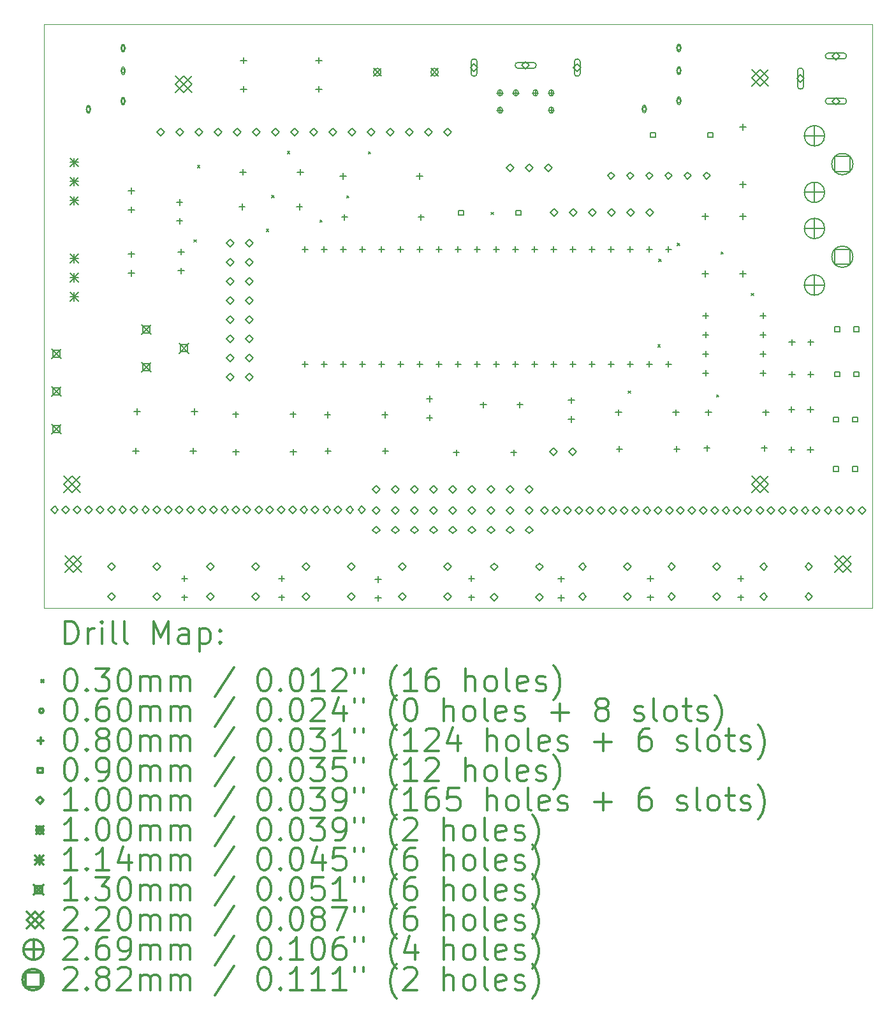
<source format=gbr>
%FSLAX45Y45*%
G04 Gerber Fmt 4.5, Leading zero omitted, Abs format (unit mm)*
G04 Created by KiCad (PCBNEW 5.0.2+dfsg1-1) date gio 18 apr 2019 10:12:51 CEST*
%MOMM*%
%LPD*%
G01*
G04 APERTURE LIST*
%ADD10C,0.100000*%
%ADD11C,0.200000*%
%ADD12C,0.300000*%
G04 APERTURE END LIST*
D10*
X21000000Y-5835000D02*
X21000000Y-5595000D01*
X10000000Y-5835000D02*
X10000000Y-5595000D01*
X10000000Y-5593600D02*
X21000000Y-5593600D01*
X10000000Y-13338600D02*
X10000000Y-5838600D01*
X21000000Y-13340000D02*
X10000000Y-13340000D01*
X21000000Y-5838600D02*
X21000000Y-13338600D01*
D11*
X11989770Y-8450750D02*
X12019770Y-8480750D01*
X12019770Y-8450750D02*
X11989770Y-8480750D01*
X12039780Y-7464000D02*
X12069780Y-7494000D01*
X12069780Y-7464000D02*
X12039780Y-7494000D01*
X12950740Y-8308100D02*
X12980740Y-8338100D01*
X12980740Y-8308100D02*
X12950740Y-8338100D01*
X13025250Y-7858650D02*
X13055250Y-7888650D01*
X13055250Y-7858650D02*
X13025250Y-7888650D01*
X13232920Y-7276290D02*
X13262920Y-7306290D01*
X13262920Y-7276290D02*
X13232920Y-7306290D01*
X13665150Y-8187150D02*
X13695150Y-8217150D01*
X13695150Y-8187150D02*
X13665150Y-8217150D01*
X14020530Y-7866630D02*
X14050530Y-7896630D01*
X14050530Y-7866630D02*
X14020530Y-7896630D01*
X14306750Y-7281250D02*
X14336750Y-7311250D01*
X14336750Y-7281250D02*
X14306750Y-7311250D01*
X15937210Y-8084250D02*
X15967210Y-8114250D01*
X15967210Y-8084250D02*
X15937210Y-8114250D01*
X17757190Y-10456450D02*
X17787190Y-10486450D01*
X17787190Y-10456450D02*
X17757190Y-10486450D01*
X18151030Y-9842410D02*
X18181030Y-9872410D01*
X18181030Y-9842410D02*
X18151030Y-9872410D01*
X18164330Y-8707400D02*
X18194330Y-8737400D01*
X18194330Y-8707400D02*
X18164330Y-8737400D01*
X18407370Y-8493590D02*
X18437370Y-8523590D01*
X18437370Y-8493590D02*
X18407370Y-8523590D01*
X18931490Y-10507030D02*
X18961490Y-10537030D01*
X18961490Y-10507030D02*
X18931490Y-10537030D01*
X18989380Y-8611070D02*
X19019380Y-8641070D01*
X19019380Y-8611070D02*
X18989380Y-8641070D01*
X19390420Y-9161890D02*
X19420420Y-9191890D01*
X19420420Y-9161890D02*
X19390420Y-9191890D01*
X10620400Y-6718000D02*
G75*
G03X10620400Y-6718000I-30000J0D01*
G01*
X10570400Y-6688000D02*
X10570400Y-6748000D01*
X10610400Y-6688000D02*
X10610400Y-6748000D01*
X10570400Y-6748000D02*
G75*
G03X10610400Y-6748000I20000J0D01*
G01*
X10610400Y-6688000D02*
G75*
G03X10570400Y-6688000I-20000J0D01*
G01*
X11080400Y-5908000D02*
G75*
G03X11080400Y-5908000I-30000J0D01*
G01*
X11030400Y-5878000D02*
X11030400Y-5938000D01*
X11070400Y-5878000D02*
X11070400Y-5938000D01*
X11030400Y-5938000D02*
G75*
G03X11070400Y-5938000I20000J0D01*
G01*
X11070400Y-5878000D02*
G75*
G03X11030400Y-5878000I-20000J0D01*
G01*
X11080400Y-6208000D02*
G75*
G03X11080400Y-6208000I-30000J0D01*
G01*
X11030400Y-6178000D02*
X11030400Y-6238000D01*
X11070400Y-6178000D02*
X11070400Y-6238000D01*
X11030400Y-6238000D02*
G75*
G03X11070400Y-6238000I20000J0D01*
G01*
X11070400Y-6178000D02*
G75*
G03X11030400Y-6178000I-20000J0D01*
G01*
X11080400Y-6608000D02*
G75*
G03X11080400Y-6608000I-30000J0D01*
G01*
X11030400Y-6578000D02*
X11030400Y-6638000D01*
X11070400Y-6578000D02*
X11070400Y-6638000D01*
X11030400Y-6638000D02*
G75*
G03X11070400Y-6638000I20000J0D01*
G01*
X11070400Y-6578000D02*
G75*
G03X11030400Y-6578000I-20000J0D01*
G01*
X18000000Y-6715000D02*
G75*
G03X18000000Y-6715000I-30000J0D01*
G01*
X17950000Y-6685000D02*
X17950000Y-6745000D01*
X17990000Y-6685000D02*
X17990000Y-6745000D01*
X17950000Y-6745000D02*
G75*
G03X17990000Y-6745000I20000J0D01*
G01*
X17990000Y-6685000D02*
G75*
G03X17950000Y-6685000I-20000J0D01*
G01*
X18460000Y-5905000D02*
G75*
G03X18460000Y-5905000I-30000J0D01*
G01*
X18410000Y-5875000D02*
X18410000Y-5935000D01*
X18450000Y-5875000D02*
X18450000Y-5935000D01*
X18410000Y-5935000D02*
G75*
G03X18450000Y-5935000I20000J0D01*
G01*
X18450000Y-5875000D02*
G75*
G03X18410000Y-5875000I-20000J0D01*
G01*
X18460000Y-6205000D02*
G75*
G03X18460000Y-6205000I-30000J0D01*
G01*
X18410000Y-6175000D02*
X18410000Y-6235000D01*
X18450000Y-6175000D02*
X18450000Y-6235000D01*
X18410000Y-6235000D02*
G75*
G03X18450000Y-6235000I20000J0D01*
G01*
X18450000Y-6175000D02*
G75*
G03X18410000Y-6175000I-20000J0D01*
G01*
X18460000Y-6605000D02*
G75*
G03X18460000Y-6605000I-30000J0D01*
G01*
X18410000Y-6575000D02*
X18410000Y-6635000D01*
X18450000Y-6575000D02*
X18450000Y-6635000D01*
X18410000Y-6635000D02*
G75*
G03X18450000Y-6635000I20000J0D01*
G01*
X18450000Y-6575000D02*
G75*
G03X18410000Y-6575000I-20000J0D01*
G01*
X11820000Y-8570000D02*
X11820000Y-8650000D01*
X11780000Y-8610000D02*
X11860000Y-8610000D01*
X11820000Y-8820000D02*
X11820000Y-8900000D01*
X11780000Y-8860000D02*
X11860000Y-8860000D01*
X17640000Y-11185000D02*
X17640000Y-11265000D01*
X17600000Y-11225000D02*
X17680000Y-11225000D01*
X18402000Y-11185000D02*
X18402000Y-11265000D01*
X18362000Y-11225000D02*
X18442000Y-11225000D01*
X11160000Y-8600000D02*
X11160000Y-8680000D01*
X11120000Y-8640000D02*
X11200000Y-8640000D01*
X11160000Y-8850000D02*
X11160000Y-8930000D01*
X11120000Y-8890000D02*
X11200000Y-8890000D01*
X15120000Y-10520000D02*
X15120000Y-10600000D01*
X15080000Y-10560000D02*
X15160000Y-10560000D01*
X15120000Y-10770000D02*
X15120000Y-10850000D01*
X15080000Y-10810000D02*
X15160000Y-10810000D01*
X12640000Y-7510000D02*
X12640000Y-7590000D01*
X12600000Y-7550000D02*
X12680000Y-7550000D01*
X13402000Y-7510000D02*
X13402000Y-7590000D01*
X13362000Y-7550000D02*
X13442000Y-7550000D01*
X12545000Y-10725000D02*
X12545000Y-10805000D01*
X12505000Y-10765000D02*
X12585000Y-10765000D01*
X13307000Y-10725000D02*
X13307000Y-10805000D01*
X13267000Y-10765000D02*
X13347000Y-10765000D01*
X13990000Y-8110000D02*
X13990000Y-8190000D01*
X13950000Y-8150000D02*
X14030000Y-8150000D01*
X15006000Y-8110000D02*
X15006000Y-8190000D01*
X14966000Y-8150000D02*
X15046000Y-8150000D01*
X19925000Y-10660000D02*
X19925000Y-10740000D01*
X19885000Y-10700000D02*
X19965000Y-10700000D01*
X20175000Y-10660000D02*
X20175000Y-10740000D01*
X20135000Y-10700000D02*
X20215000Y-10700000D01*
X13970000Y-7565000D02*
X13970000Y-7645000D01*
X13930000Y-7605000D02*
X14010000Y-7605000D01*
X14986000Y-7565000D02*
X14986000Y-7645000D01*
X14946000Y-7605000D02*
X15026000Y-7605000D01*
X18785000Y-9415000D02*
X18785000Y-9495000D01*
X18745000Y-9455000D02*
X18825000Y-9455000D01*
X18785000Y-9669000D02*
X18785000Y-9749000D01*
X18745000Y-9709000D02*
X18825000Y-9709000D01*
X18785000Y-9923000D02*
X18785000Y-10003000D01*
X18745000Y-9963000D02*
X18825000Y-9963000D01*
X18785000Y-10177000D02*
X18785000Y-10257000D01*
X18745000Y-10217000D02*
X18825000Y-10217000D01*
X19547000Y-9415000D02*
X19547000Y-9495000D01*
X19507000Y-9455000D02*
X19587000Y-9455000D01*
X19547000Y-9669000D02*
X19547000Y-9749000D01*
X19507000Y-9709000D02*
X19587000Y-9709000D01*
X19547000Y-9923000D02*
X19547000Y-10003000D01*
X19507000Y-9963000D02*
X19587000Y-9963000D01*
X19547000Y-10177000D02*
X19547000Y-10257000D01*
X19507000Y-10217000D02*
X19587000Y-10217000D01*
X13765000Y-10730000D02*
X13765000Y-10810000D01*
X13725000Y-10770000D02*
X13805000Y-10770000D01*
X14527000Y-10730000D02*
X14527000Y-10810000D01*
X14487000Y-10770000D02*
X14567000Y-10770000D01*
X19280000Y-8098000D02*
X19280000Y-8178000D01*
X19240000Y-8138000D02*
X19320000Y-8138000D01*
X19280000Y-8860000D02*
X19280000Y-8940000D01*
X19240000Y-8900000D02*
X19320000Y-8900000D01*
X16055000Y-6460000D02*
X16055000Y-6540000D01*
X16015000Y-6500000D02*
X16095000Y-6500000D01*
X16085000Y-6510000D02*
X16085000Y-6490000D01*
X16025000Y-6510000D02*
X16025000Y-6490000D01*
X16085000Y-6490000D02*
G75*
G03X16025000Y-6490000I-30000J0D01*
G01*
X16025000Y-6510000D02*
G75*
G03X16085000Y-6510000I30000J0D01*
G01*
X16055000Y-6690000D02*
X16055000Y-6770000D01*
X16015000Y-6730000D02*
X16095000Y-6730000D01*
X16085000Y-6740000D02*
X16085000Y-6720000D01*
X16025000Y-6740000D02*
X16025000Y-6720000D01*
X16085000Y-6720000D02*
G75*
G03X16025000Y-6720000I-30000J0D01*
G01*
X16025000Y-6740000D02*
G75*
G03X16085000Y-6740000I30000J0D01*
G01*
X16265000Y-6460000D02*
X16265000Y-6540000D01*
X16225000Y-6500000D02*
X16305000Y-6500000D01*
X16295000Y-6510000D02*
X16295000Y-6490000D01*
X16235000Y-6510000D02*
X16235000Y-6490000D01*
X16295000Y-6490000D02*
G75*
G03X16235000Y-6490000I-30000J0D01*
G01*
X16235000Y-6510000D02*
G75*
G03X16295000Y-6510000I30000J0D01*
G01*
X16525000Y-6460000D02*
X16525000Y-6540000D01*
X16485000Y-6500000D02*
X16565000Y-6500000D01*
X16555000Y-6510000D02*
X16555000Y-6490000D01*
X16495000Y-6510000D02*
X16495000Y-6490000D01*
X16555000Y-6490000D02*
G75*
G03X16495000Y-6490000I-30000J0D01*
G01*
X16495000Y-6510000D02*
G75*
G03X16555000Y-6510000I30000J0D01*
G01*
X16735000Y-6460000D02*
X16735000Y-6540000D01*
X16695000Y-6500000D02*
X16775000Y-6500000D01*
X16765000Y-6510000D02*
X16765000Y-6490000D01*
X16705000Y-6510000D02*
X16705000Y-6490000D01*
X16765000Y-6490000D02*
G75*
G03X16705000Y-6490000I-30000J0D01*
G01*
X16705000Y-6510000D02*
G75*
G03X16765000Y-6510000I30000J0D01*
G01*
X16735000Y-6690000D02*
X16735000Y-6770000D01*
X16695000Y-6730000D02*
X16775000Y-6730000D01*
X16765000Y-6740000D02*
X16765000Y-6720000D01*
X16705000Y-6740000D02*
X16705000Y-6720000D01*
X16765000Y-6720000D02*
G75*
G03X16705000Y-6720000I-30000J0D01*
G01*
X16705000Y-6740000D02*
G75*
G03X16765000Y-6740000I30000J0D01*
G01*
X14435000Y-12915000D02*
X14435000Y-12995000D01*
X14395000Y-12955000D02*
X14475000Y-12955000D01*
X14435000Y-13165000D02*
X14435000Y-13245000D01*
X14395000Y-13205000D02*
X14475000Y-13205000D01*
X19930000Y-10195000D02*
X19930000Y-10275000D01*
X19890000Y-10235000D02*
X19970000Y-10235000D01*
X20180000Y-10195000D02*
X20180000Y-10275000D01*
X20140000Y-10235000D02*
X20220000Y-10235000D01*
X12550000Y-11225000D02*
X12550000Y-11305000D01*
X12510000Y-11265000D02*
X12590000Y-11265000D01*
X13312000Y-11225000D02*
X13312000Y-11305000D01*
X13272000Y-11265000D02*
X13352000Y-11265000D01*
X13770000Y-11210000D02*
X13770000Y-11290000D01*
X13730000Y-11250000D02*
X13810000Y-11250000D01*
X14532000Y-11210000D02*
X14532000Y-11290000D01*
X14492000Y-11250000D02*
X14572000Y-11250000D01*
X15475000Y-11235000D02*
X15475000Y-11315000D01*
X15435000Y-11275000D02*
X15515000Y-11275000D01*
X16237000Y-11235000D02*
X16237000Y-11315000D01*
X16197000Y-11275000D02*
X16277000Y-11275000D01*
X11220000Y-11210000D02*
X11220000Y-11290000D01*
X11180000Y-11250000D02*
X11260000Y-11250000D01*
X11982000Y-11210000D02*
X11982000Y-11290000D01*
X11942000Y-11250000D02*
X12022000Y-11250000D01*
X11865000Y-12905000D02*
X11865000Y-12985000D01*
X11825000Y-12945000D02*
X11905000Y-12945000D01*
X11865000Y-13155000D02*
X11865000Y-13235000D01*
X11825000Y-13195000D02*
X11905000Y-13195000D01*
X13650000Y-6030000D02*
X13650000Y-6110000D01*
X13610000Y-6070000D02*
X13690000Y-6070000D01*
X13650000Y-6410000D02*
X13650000Y-6490000D01*
X13610000Y-6450000D02*
X13690000Y-6450000D01*
X12650000Y-6030000D02*
X12650000Y-6110000D01*
X12610000Y-6070000D02*
X12690000Y-6070000D01*
X12650000Y-6410000D02*
X12650000Y-6490000D01*
X12610000Y-6450000D02*
X12690000Y-6450000D01*
X12630000Y-7970000D02*
X12630000Y-8050000D01*
X12590000Y-8010000D02*
X12670000Y-8010000D01*
X13392000Y-7970000D02*
X13392000Y-8050000D01*
X13352000Y-8010000D02*
X13432000Y-8010000D01*
X16865000Y-12910000D02*
X16865000Y-12990000D01*
X16825000Y-12950000D02*
X16905000Y-12950000D01*
X16865000Y-13160000D02*
X16865000Y-13240000D01*
X16825000Y-13200000D02*
X16905000Y-13200000D01*
X18803000Y-11175000D02*
X18803000Y-11255000D01*
X18763000Y-11215000D02*
X18843000Y-11215000D01*
X19565000Y-11175000D02*
X19565000Y-11255000D01*
X19525000Y-11215000D02*
X19605000Y-11215000D01*
X18050000Y-12905000D02*
X18050000Y-12985000D01*
X18010000Y-12945000D02*
X18090000Y-12945000D01*
X18050000Y-13155000D02*
X18050000Y-13235000D01*
X18010000Y-13195000D02*
X18090000Y-13195000D01*
X17630000Y-10700000D02*
X17630000Y-10780000D01*
X17590000Y-10740000D02*
X17670000Y-10740000D01*
X18392000Y-10700000D02*
X18392000Y-10780000D01*
X18352000Y-10740000D02*
X18432000Y-10740000D01*
X11800000Y-7910000D02*
X11800000Y-7990000D01*
X11760000Y-7950000D02*
X11840000Y-7950000D01*
X11800000Y-8160000D02*
X11800000Y-8240000D01*
X11760000Y-8200000D02*
X11840000Y-8200000D01*
X18780000Y-8100000D02*
X18780000Y-8180000D01*
X18740000Y-8140000D02*
X18820000Y-8140000D01*
X18780000Y-8862000D02*
X18780000Y-8942000D01*
X18740000Y-8902000D02*
X18820000Y-8902000D01*
X19930000Y-9770000D02*
X19930000Y-9850000D01*
X19890000Y-9810000D02*
X19970000Y-9810000D01*
X20180000Y-9770000D02*
X20180000Y-9850000D01*
X20140000Y-9810000D02*
X20220000Y-9810000D01*
X19250000Y-12905000D02*
X19250000Y-12985000D01*
X19210000Y-12945000D02*
X19290000Y-12945000D01*
X19250000Y-13155000D02*
X19250000Y-13235000D01*
X19210000Y-13195000D02*
X19290000Y-13195000D01*
X19925000Y-11195000D02*
X19925000Y-11275000D01*
X19885000Y-11235000D02*
X19965000Y-11235000D01*
X20175000Y-11195000D02*
X20175000Y-11275000D01*
X20135000Y-11235000D02*
X20215000Y-11235000D01*
X15675000Y-12905000D02*
X15675000Y-12985000D01*
X15635000Y-12945000D02*
X15715000Y-12945000D01*
X15675000Y-13155000D02*
X15675000Y-13235000D01*
X15635000Y-13195000D02*
X15715000Y-13195000D01*
X15832000Y-10600000D02*
X15832000Y-10680000D01*
X15792000Y-10640000D02*
X15872000Y-10640000D01*
X16320000Y-10600000D02*
X16320000Y-10680000D01*
X16280000Y-10640000D02*
X16360000Y-10640000D01*
X17000000Y-10540000D02*
X17000000Y-10620000D01*
X16960000Y-10580000D02*
X17040000Y-10580000D01*
X17000000Y-10790000D02*
X17000000Y-10870000D01*
X16960000Y-10830000D02*
X17040000Y-10830000D01*
X19280000Y-6913000D02*
X19280000Y-6993000D01*
X19240000Y-6953000D02*
X19320000Y-6953000D01*
X19280000Y-7675000D02*
X19280000Y-7755000D01*
X19240000Y-7715000D02*
X19320000Y-7715000D01*
X11160000Y-7760000D02*
X11160000Y-7840000D01*
X11120000Y-7800000D02*
X11200000Y-7800000D01*
X11160000Y-8010000D02*
X11160000Y-8090000D01*
X11120000Y-8050000D02*
X11200000Y-8050000D01*
X11235000Y-10690000D02*
X11235000Y-10770000D01*
X11195000Y-10730000D02*
X11275000Y-10730000D01*
X11997000Y-10690000D02*
X11997000Y-10770000D01*
X11957000Y-10730000D02*
X12037000Y-10730000D01*
X18823000Y-10700000D02*
X18823000Y-10780000D01*
X18783000Y-10740000D02*
X18863000Y-10740000D01*
X19585000Y-10700000D02*
X19585000Y-10780000D01*
X19545000Y-10740000D02*
X19625000Y-10740000D01*
X13465000Y-8536000D02*
X13465000Y-8616000D01*
X13425000Y-8576000D02*
X13505000Y-8576000D01*
X13465000Y-10060000D02*
X13465000Y-10140000D01*
X13425000Y-10100000D02*
X13505000Y-10100000D01*
X13719000Y-8536000D02*
X13719000Y-8616000D01*
X13679000Y-8576000D02*
X13759000Y-8576000D01*
X13719000Y-10060000D02*
X13719000Y-10140000D01*
X13679000Y-10100000D02*
X13759000Y-10100000D01*
X13973000Y-8536000D02*
X13973000Y-8616000D01*
X13933000Y-8576000D02*
X14013000Y-8576000D01*
X13973000Y-10060000D02*
X13973000Y-10140000D01*
X13933000Y-10100000D02*
X14013000Y-10100000D01*
X14227000Y-8536000D02*
X14227000Y-8616000D01*
X14187000Y-8576000D02*
X14267000Y-8576000D01*
X14227000Y-10060000D02*
X14227000Y-10140000D01*
X14187000Y-10100000D02*
X14267000Y-10100000D01*
X14481000Y-8536000D02*
X14481000Y-8616000D01*
X14441000Y-8576000D02*
X14521000Y-8576000D01*
X14481000Y-10060000D02*
X14481000Y-10140000D01*
X14441000Y-10100000D02*
X14521000Y-10100000D01*
X14735000Y-8536000D02*
X14735000Y-8616000D01*
X14695000Y-8576000D02*
X14775000Y-8576000D01*
X14735000Y-10060000D02*
X14735000Y-10140000D01*
X14695000Y-10100000D02*
X14775000Y-10100000D01*
X14989000Y-8536000D02*
X14989000Y-8616000D01*
X14949000Y-8576000D02*
X15029000Y-8576000D01*
X14989000Y-10060000D02*
X14989000Y-10140000D01*
X14949000Y-10100000D02*
X15029000Y-10100000D01*
X15243000Y-8536000D02*
X15243000Y-8616000D01*
X15203000Y-8576000D02*
X15283000Y-8576000D01*
X15243000Y-10060000D02*
X15243000Y-10140000D01*
X15203000Y-10100000D02*
X15283000Y-10100000D01*
X15497000Y-8536000D02*
X15497000Y-8616000D01*
X15457000Y-8576000D02*
X15537000Y-8576000D01*
X15497000Y-10060000D02*
X15497000Y-10140000D01*
X15457000Y-10100000D02*
X15537000Y-10100000D01*
X15751000Y-8536000D02*
X15751000Y-8616000D01*
X15711000Y-8576000D02*
X15791000Y-8576000D01*
X15751000Y-10060000D02*
X15751000Y-10140000D01*
X15711000Y-10100000D02*
X15791000Y-10100000D01*
X16005000Y-8536000D02*
X16005000Y-8616000D01*
X15965000Y-8576000D02*
X16045000Y-8576000D01*
X16005000Y-10060000D02*
X16005000Y-10140000D01*
X15965000Y-10100000D02*
X16045000Y-10100000D01*
X16259000Y-8536000D02*
X16259000Y-8616000D01*
X16219000Y-8576000D02*
X16299000Y-8576000D01*
X16259000Y-10060000D02*
X16259000Y-10140000D01*
X16219000Y-10100000D02*
X16299000Y-10100000D01*
X16513000Y-8536000D02*
X16513000Y-8616000D01*
X16473000Y-8576000D02*
X16553000Y-8576000D01*
X16513000Y-10060000D02*
X16513000Y-10140000D01*
X16473000Y-10100000D02*
X16553000Y-10100000D01*
X16767000Y-8536000D02*
X16767000Y-8616000D01*
X16727000Y-8576000D02*
X16807000Y-8576000D01*
X16767000Y-10060000D02*
X16767000Y-10140000D01*
X16727000Y-10100000D02*
X16807000Y-10100000D01*
X17021000Y-8536000D02*
X17021000Y-8616000D01*
X16981000Y-8576000D02*
X17061000Y-8576000D01*
X17021000Y-10060000D02*
X17021000Y-10140000D01*
X16981000Y-10100000D02*
X17061000Y-10100000D01*
X17275000Y-8536000D02*
X17275000Y-8616000D01*
X17235000Y-8576000D02*
X17315000Y-8576000D01*
X17275000Y-10060000D02*
X17275000Y-10140000D01*
X17235000Y-10100000D02*
X17315000Y-10100000D01*
X17529000Y-8536000D02*
X17529000Y-8616000D01*
X17489000Y-8576000D02*
X17569000Y-8576000D01*
X17529000Y-10060000D02*
X17529000Y-10140000D01*
X17489000Y-10100000D02*
X17569000Y-10100000D01*
X17783000Y-8536000D02*
X17783000Y-8616000D01*
X17743000Y-8576000D02*
X17823000Y-8576000D01*
X17783000Y-10060000D02*
X17783000Y-10140000D01*
X17743000Y-10100000D02*
X17823000Y-10100000D01*
X18037000Y-8536000D02*
X18037000Y-8616000D01*
X17997000Y-8576000D02*
X18077000Y-8576000D01*
X18037000Y-10060000D02*
X18037000Y-10140000D01*
X17997000Y-10100000D02*
X18077000Y-10100000D01*
X18291000Y-8536000D02*
X18291000Y-8616000D01*
X18251000Y-8576000D02*
X18331000Y-8576000D01*
X18291000Y-10060000D02*
X18291000Y-10140000D01*
X18251000Y-10100000D02*
X18331000Y-10100000D01*
X13155000Y-12905000D02*
X13155000Y-12985000D01*
X13115000Y-12945000D02*
X13195000Y-12945000D01*
X13155000Y-13155000D02*
X13155000Y-13235000D01*
X13115000Y-13195000D02*
X13195000Y-13195000D01*
X18116820Y-7091820D02*
X18116820Y-7028180D01*
X18053180Y-7028180D01*
X18053180Y-7091820D01*
X18116820Y-7091820D01*
X18878820Y-7091820D02*
X18878820Y-7028180D01*
X18815180Y-7028180D01*
X18815180Y-7091820D01*
X18878820Y-7091820D01*
X20562820Y-10266820D02*
X20562820Y-10203180D01*
X20499180Y-10203180D01*
X20499180Y-10266820D01*
X20562820Y-10266820D01*
X20816820Y-10266820D02*
X20816820Y-10203180D01*
X20753180Y-10203180D01*
X20753180Y-10266820D01*
X20816820Y-10266820D01*
X20562820Y-9666820D02*
X20562820Y-9603180D01*
X20499180Y-9603180D01*
X20499180Y-9666820D01*
X20562820Y-9666820D01*
X20816820Y-9666820D02*
X20816820Y-9603180D01*
X20753180Y-9603180D01*
X20753180Y-9666820D01*
X20816820Y-9666820D01*
X20547820Y-10866820D02*
X20547820Y-10803180D01*
X20484180Y-10803180D01*
X20484180Y-10866820D01*
X20547820Y-10866820D01*
X20801820Y-10866820D02*
X20801820Y-10803180D01*
X20738180Y-10803180D01*
X20738180Y-10866820D01*
X20801820Y-10866820D01*
X20547820Y-11521820D02*
X20547820Y-11458180D01*
X20484180Y-11458180D01*
X20484180Y-11521820D01*
X20547820Y-11521820D01*
X20801820Y-11521820D02*
X20801820Y-11458180D01*
X20738180Y-11458180D01*
X20738180Y-11521820D01*
X20801820Y-11521820D01*
X15569820Y-8121820D02*
X15569820Y-8058180D01*
X15506180Y-8058180D01*
X15506180Y-8121820D01*
X15569820Y-8121820D01*
X16331820Y-8121820D02*
X16331820Y-8058180D01*
X16268180Y-8058180D01*
X16268180Y-8121820D01*
X16331820Y-8121820D01*
X10140000Y-12085000D02*
X10190000Y-12035000D01*
X10140000Y-11985000D01*
X10090000Y-12035000D01*
X10140000Y-12085000D01*
X10290000Y-12085000D02*
X10340000Y-12035000D01*
X10290000Y-11985000D01*
X10240000Y-12035000D01*
X10290000Y-12085000D01*
X10440000Y-12085000D02*
X10490000Y-12035000D01*
X10440000Y-11985000D01*
X10390000Y-12035000D01*
X10440000Y-12085000D01*
X10590000Y-12085000D02*
X10640000Y-12035000D01*
X10590000Y-11985000D01*
X10540000Y-12035000D01*
X10590000Y-12085000D01*
X10745000Y-12085000D02*
X10795000Y-12035000D01*
X10745000Y-11985000D01*
X10695000Y-12035000D01*
X10745000Y-12085000D01*
X10895000Y-12085000D02*
X10945000Y-12035000D01*
X10895000Y-11985000D01*
X10845000Y-12035000D01*
X10895000Y-12085000D01*
X11045000Y-12085000D02*
X11095000Y-12035000D01*
X11045000Y-11985000D01*
X10995000Y-12035000D01*
X11045000Y-12085000D01*
X11195000Y-12085000D02*
X11245000Y-12035000D01*
X11195000Y-11985000D01*
X11145000Y-12035000D01*
X11195000Y-12085000D01*
X11350000Y-12085000D02*
X11400000Y-12035000D01*
X11350000Y-11985000D01*
X11300000Y-12035000D01*
X11350000Y-12085000D01*
X11500000Y-12085000D02*
X11550000Y-12035000D01*
X11500000Y-11985000D01*
X11450000Y-12035000D01*
X11500000Y-12085000D01*
X11650000Y-12085000D02*
X11700000Y-12035000D01*
X11650000Y-11985000D01*
X11600000Y-12035000D01*
X11650000Y-12085000D01*
X11795000Y-12085000D02*
X11845000Y-12035000D01*
X11795000Y-11985000D01*
X11745000Y-12035000D01*
X11795000Y-12085000D01*
X11950000Y-12085000D02*
X12000000Y-12035000D01*
X11950000Y-11985000D01*
X11900000Y-12035000D01*
X11950000Y-12085000D01*
X12100000Y-12085000D02*
X12150000Y-12035000D01*
X12100000Y-11985000D01*
X12050000Y-12035000D01*
X12100000Y-12085000D01*
X12250000Y-12085000D02*
X12300000Y-12035000D01*
X12250000Y-11985000D01*
X12200000Y-12035000D01*
X12250000Y-12085000D01*
X12400000Y-12085000D02*
X12450000Y-12035000D01*
X12400000Y-11985000D01*
X12350000Y-12035000D01*
X12400000Y-12085000D01*
X12550000Y-12085000D02*
X12600000Y-12035000D01*
X12550000Y-11985000D01*
X12500000Y-12035000D01*
X12550000Y-12085000D01*
X12695000Y-12085000D02*
X12745000Y-12035000D01*
X12695000Y-11985000D01*
X12645000Y-12035000D01*
X12695000Y-12085000D01*
X12850000Y-12085000D02*
X12900000Y-12035000D01*
X12850000Y-11985000D01*
X12800000Y-12035000D01*
X12850000Y-12085000D01*
X13000000Y-12085000D02*
X13050000Y-12035000D01*
X13000000Y-11985000D01*
X12950000Y-12035000D01*
X13000000Y-12085000D01*
X13150000Y-12085000D02*
X13200000Y-12035000D01*
X13150000Y-11985000D01*
X13100000Y-12035000D01*
X13150000Y-12085000D01*
X13300000Y-12085000D02*
X13350000Y-12035000D01*
X13300000Y-11985000D01*
X13250000Y-12035000D01*
X13300000Y-12085000D01*
X13450000Y-12085000D02*
X13500000Y-12035000D01*
X13450000Y-11985000D01*
X13400000Y-12035000D01*
X13450000Y-12085000D01*
X13600000Y-12085000D02*
X13650000Y-12035000D01*
X13600000Y-11985000D01*
X13550000Y-12035000D01*
X13600000Y-12085000D01*
X13755000Y-12085000D02*
X13805000Y-12035000D01*
X13755000Y-11985000D01*
X13705000Y-12035000D01*
X13755000Y-12085000D01*
X13905000Y-12085000D02*
X13955000Y-12035000D01*
X13905000Y-11985000D01*
X13855000Y-12035000D01*
X13905000Y-12085000D01*
X14060000Y-12085000D02*
X14110000Y-12035000D01*
X14060000Y-11985000D01*
X14010000Y-12035000D01*
X14060000Y-12085000D01*
X14220000Y-12085000D02*
X14270000Y-12035000D01*
X14220000Y-11985000D01*
X14170000Y-12035000D01*
X14220000Y-12085000D01*
X16645000Y-12090000D02*
X16695000Y-12040000D01*
X16645000Y-11990000D01*
X16595000Y-12040000D01*
X16645000Y-12090000D01*
X16800000Y-12090000D02*
X16850000Y-12040000D01*
X16800000Y-11990000D01*
X16750000Y-12040000D01*
X16800000Y-12090000D01*
X16950000Y-12090000D02*
X17000000Y-12040000D01*
X16950000Y-11990000D01*
X16900000Y-12040000D01*
X16950000Y-12090000D01*
X17100000Y-12090000D02*
X17150000Y-12040000D01*
X17100000Y-11990000D01*
X17050000Y-12040000D01*
X17100000Y-12090000D01*
X17250000Y-12090000D02*
X17300000Y-12040000D01*
X17250000Y-11990000D01*
X17200000Y-12040000D01*
X17250000Y-12090000D01*
X17400000Y-12090000D02*
X17450000Y-12040000D01*
X17400000Y-11990000D01*
X17350000Y-12040000D01*
X17400000Y-12090000D01*
X17550000Y-12090000D02*
X17600000Y-12040000D01*
X17550000Y-11990000D01*
X17500000Y-12040000D01*
X17550000Y-12090000D01*
X17705000Y-12090000D02*
X17755000Y-12040000D01*
X17705000Y-11990000D01*
X17655000Y-12040000D01*
X17705000Y-12090000D01*
X17855000Y-12090000D02*
X17905000Y-12040000D01*
X17855000Y-11990000D01*
X17805000Y-12040000D01*
X17855000Y-12090000D01*
X18005000Y-12090000D02*
X18055000Y-12040000D01*
X18005000Y-11990000D01*
X17955000Y-12040000D01*
X18005000Y-12090000D01*
X18155000Y-12090000D02*
X18205000Y-12040000D01*
X18155000Y-11990000D01*
X18105000Y-12040000D01*
X18155000Y-12090000D01*
X18305000Y-12090000D02*
X18355000Y-12040000D01*
X18305000Y-11990000D01*
X18255000Y-12040000D01*
X18305000Y-12090000D01*
X18450000Y-12090000D02*
X18500000Y-12040000D01*
X18450000Y-11990000D01*
X18400000Y-12040000D01*
X18450000Y-12090000D01*
X18605000Y-12090000D02*
X18655000Y-12040000D01*
X18605000Y-11990000D01*
X18555000Y-12040000D01*
X18605000Y-12090000D01*
X18755000Y-12090000D02*
X18805000Y-12040000D01*
X18755000Y-11990000D01*
X18705000Y-12040000D01*
X18755000Y-12090000D01*
X18905000Y-12090000D02*
X18955000Y-12040000D01*
X18905000Y-11990000D01*
X18855000Y-12040000D01*
X18905000Y-12090000D01*
X19055000Y-12090000D02*
X19105000Y-12040000D01*
X19055000Y-11990000D01*
X19005000Y-12040000D01*
X19055000Y-12090000D01*
X19205000Y-12090000D02*
X19255000Y-12040000D01*
X19205000Y-11990000D01*
X19155000Y-12040000D01*
X19205000Y-12090000D01*
X19350000Y-12090000D02*
X19400000Y-12040000D01*
X19350000Y-11990000D01*
X19300000Y-12040000D01*
X19350000Y-12090000D01*
X19505000Y-12090000D02*
X19555000Y-12040000D01*
X19505000Y-11990000D01*
X19455000Y-12040000D01*
X19505000Y-12090000D01*
X19655000Y-12090000D02*
X19705000Y-12040000D01*
X19655000Y-11990000D01*
X19605000Y-12040000D01*
X19655000Y-12090000D01*
X19805000Y-12090000D02*
X19855000Y-12040000D01*
X19805000Y-11990000D01*
X19755000Y-12040000D01*
X19805000Y-12090000D01*
X19955000Y-12090000D02*
X20005000Y-12040000D01*
X19955000Y-11990000D01*
X19905000Y-12040000D01*
X19955000Y-12090000D01*
X20105000Y-12090000D02*
X20155000Y-12040000D01*
X20105000Y-11990000D01*
X20055000Y-12040000D01*
X20105000Y-12090000D01*
X20255000Y-12090000D02*
X20305000Y-12040000D01*
X20255000Y-11990000D01*
X20205000Y-12040000D01*
X20255000Y-12090000D01*
X20410000Y-12090000D02*
X20460000Y-12040000D01*
X20410000Y-11990000D01*
X20360000Y-12040000D01*
X20410000Y-12090000D01*
X20560000Y-12090000D02*
X20610000Y-12040000D01*
X20560000Y-11990000D01*
X20510000Y-12040000D01*
X20560000Y-12090000D01*
X20710000Y-12090000D02*
X20760000Y-12040000D01*
X20710000Y-11990000D01*
X20660000Y-12040000D01*
X20710000Y-12090000D01*
X20860000Y-12090000D02*
X20910000Y-12040000D01*
X20860000Y-11990000D01*
X20810000Y-12040000D01*
X20860000Y-12090000D01*
X13480000Y-12835000D02*
X13530000Y-12785000D01*
X13480000Y-12735000D01*
X13430000Y-12785000D01*
X13480000Y-12835000D01*
X13480000Y-13235000D02*
X13530000Y-13185000D01*
X13480000Y-13135000D01*
X13430000Y-13185000D01*
X13480000Y-13235000D01*
X14080000Y-12835000D02*
X14130000Y-12785000D01*
X14080000Y-12735000D01*
X14030000Y-12785000D01*
X14080000Y-12835000D01*
X14080000Y-13235000D02*
X14130000Y-13185000D01*
X14080000Y-13135000D01*
X14030000Y-13185000D01*
X14080000Y-13235000D01*
X14760000Y-12835000D02*
X14810000Y-12785000D01*
X14760000Y-12735000D01*
X14710000Y-12785000D01*
X14760000Y-12835000D01*
X14760000Y-13235000D02*
X14810000Y-13185000D01*
X14760000Y-13135000D01*
X14710000Y-13185000D01*
X14760000Y-13235000D01*
X15360000Y-12835000D02*
X15410000Y-12785000D01*
X15360000Y-12735000D01*
X15310000Y-12785000D01*
X15360000Y-12835000D01*
X15360000Y-13235000D02*
X15410000Y-13185000D01*
X15360000Y-13135000D01*
X15310000Y-13185000D01*
X15360000Y-13235000D01*
X15710000Y-6215000D02*
X15760000Y-6165000D01*
X15710000Y-6115000D01*
X15660000Y-6165000D01*
X15710000Y-6215000D01*
X15750000Y-6240000D02*
X15750000Y-6090000D01*
X15670000Y-6240000D02*
X15670000Y-6090000D01*
X15750000Y-6090000D02*
G75*
G03X15670000Y-6090000I-40000J0D01*
G01*
X15670000Y-6240000D02*
G75*
G03X15750000Y-6240000I40000J0D01*
G01*
X16395000Y-6185000D02*
X16445000Y-6135000D01*
X16395000Y-6085000D01*
X16345000Y-6135000D01*
X16395000Y-6185000D01*
X16495000Y-6095000D02*
X16295000Y-6095000D01*
X16495000Y-6175000D02*
X16295000Y-6175000D01*
X16295000Y-6095000D02*
G75*
G03X16295000Y-6175000I0J-40000D01*
G01*
X16495000Y-6175000D02*
G75*
G03X16495000Y-6095000I0J40000D01*
G01*
X17080000Y-6215000D02*
X17130000Y-6165000D01*
X17080000Y-6115000D01*
X17030000Y-6165000D01*
X17080000Y-6215000D01*
X17120000Y-6240000D02*
X17120000Y-6090000D01*
X17040000Y-6240000D02*
X17040000Y-6090000D01*
X17120000Y-6090000D02*
G75*
G03X17040000Y-6090000I-40000J0D01*
G01*
X17040000Y-6240000D02*
G75*
G03X17120000Y-6240000I40000J0D01*
G01*
X14410000Y-12090000D02*
X14460000Y-12040000D01*
X14410000Y-11990000D01*
X14360000Y-12040000D01*
X14410000Y-12090000D01*
X14664000Y-12090000D02*
X14714000Y-12040000D01*
X14664000Y-11990000D01*
X14614000Y-12040000D01*
X14664000Y-12090000D01*
X14918000Y-12090000D02*
X14968000Y-12040000D01*
X14918000Y-11990000D01*
X14868000Y-12040000D01*
X14918000Y-12090000D01*
X15172000Y-12090000D02*
X15222000Y-12040000D01*
X15172000Y-11990000D01*
X15122000Y-12040000D01*
X15172000Y-12090000D01*
X15426000Y-12090000D02*
X15476000Y-12040000D01*
X15426000Y-11990000D01*
X15376000Y-12040000D01*
X15426000Y-12090000D01*
X15680000Y-12090000D02*
X15730000Y-12040000D01*
X15680000Y-11990000D01*
X15630000Y-12040000D01*
X15680000Y-12090000D01*
X15934000Y-12090000D02*
X15984000Y-12040000D01*
X15934000Y-11990000D01*
X15884000Y-12040000D01*
X15934000Y-12090000D01*
X16188000Y-12090000D02*
X16238000Y-12040000D01*
X16188000Y-11990000D01*
X16138000Y-12040000D01*
X16188000Y-12090000D01*
X16442000Y-12090000D02*
X16492000Y-12040000D01*
X16442000Y-11990000D01*
X16392000Y-12040000D01*
X16442000Y-12090000D01*
X18335000Y-12835000D02*
X18385000Y-12785000D01*
X18335000Y-12735000D01*
X18285000Y-12785000D01*
X18335000Y-12835000D01*
X18335000Y-13235000D02*
X18385000Y-13185000D01*
X18335000Y-13135000D01*
X18285000Y-13185000D01*
X18335000Y-13235000D01*
X18935000Y-12835000D02*
X18985000Y-12785000D01*
X18935000Y-12735000D01*
X18885000Y-12785000D01*
X18935000Y-12835000D01*
X18935000Y-13235000D02*
X18985000Y-13185000D01*
X18935000Y-13135000D01*
X18885000Y-13185000D01*
X18935000Y-13235000D01*
X17150000Y-12835000D02*
X17200000Y-12785000D01*
X17150000Y-12735000D01*
X17100000Y-12785000D01*
X17150000Y-12835000D01*
X17150000Y-13235000D02*
X17200000Y-13185000D01*
X17150000Y-13135000D01*
X17100000Y-13185000D01*
X17150000Y-13235000D01*
X17750000Y-12835000D02*
X17800000Y-12785000D01*
X17750000Y-12735000D01*
X17700000Y-12785000D01*
X17750000Y-12835000D01*
X17750000Y-13235000D02*
X17800000Y-13185000D01*
X17750000Y-13135000D01*
X17700000Y-13185000D01*
X17750000Y-13235000D01*
X14410000Y-12350000D02*
X14460000Y-12300000D01*
X14410000Y-12250000D01*
X14360000Y-12300000D01*
X14410000Y-12350000D01*
X14664000Y-12350000D02*
X14714000Y-12300000D01*
X14664000Y-12250000D01*
X14614000Y-12300000D01*
X14664000Y-12350000D01*
X14918000Y-12350000D02*
X14968000Y-12300000D01*
X14918000Y-12250000D01*
X14868000Y-12300000D01*
X14918000Y-12350000D01*
X15172000Y-12350000D02*
X15222000Y-12300000D01*
X15172000Y-12250000D01*
X15122000Y-12300000D01*
X15172000Y-12350000D01*
X15426000Y-12350000D02*
X15476000Y-12300000D01*
X15426000Y-12250000D01*
X15376000Y-12300000D01*
X15426000Y-12350000D01*
X15680000Y-12350000D02*
X15730000Y-12300000D01*
X15680000Y-12250000D01*
X15630000Y-12300000D01*
X15680000Y-12350000D01*
X15934000Y-12350000D02*
X15984000Y-12300000D01*
X15934000Y-12250000D01*
X15884000Y-12300000D01*
X15934000Y-12350000D01*
X16188000Y-12350000D02*
X16238000Y-12300000D01*
X16188000Y-12250000D01*
X16138000Y-12300000D01*
X16188000Y-12350000D01*
X16442000Y-12350000D02*
X16492000Y-12300000D01*
X16442000Y-12250000D01*
X16392000Y-12300000D01*
X16442000Y-12350000D01*
X19555000Y-12835000D02*
X19605000Y-12785000D01*
X19555000Y-12735000D01*
X19505000Y-12785000D01*
X19555000Y-12835000D01*
X19555000Y-13235000D02*
X19605000Y-13185000D01*
X19555000Y-13135000D01*
X19505000Y-13185000D01*
X19555000Y-13235000D01*
X20155000Y-12835000D02*
X20205000Y-12785000D01*
X20155000Y-12735000D01*
X20105000Y-12785000D01*
X20155000Y-12835000D01*
X20155000Y-13235000D02*
X20205000Y-13185000D01*
X20155000Y-13135000D01*
X20105000Y-13185000D01*
X20155000Y-13235000D01*
X12471000Y-8547000D02*
X12521000Y-8497000D01*
X12471000Y-8447000D01*
X12421000Y-8497000D01*
X12471000Y-8547000D01*
X12471000Y-8801000D02*
X12521000Y-8751000D01*
X12471000Y-8701000D01*
X12421000Y-8751000D01*
X12471000Y-8801000D01*
X12471000Y-9055000D02*
X12521000Y-9005000D01*
X12471000Y-8955000D01*
X12421000Y-9005000D01*
X12471000Y-9055000D01*
X12471000Y-9309000D02*
X12521000Y-9259000D01*
X12471000Y-9209000D01*
X12421000Y-9259000D01*
X12471000Y-9309000D01*
X12471000Y-9563000D02*
X12521000Y-9513000D01*
X12471000Y-9463000D01*
X12421000Y-9513000D01*
X12471000Y-9563000D01*
X12471000Y-9817000D02*
X12521000Y-9767000D01*
X12471000Y-9717000D01*
X12421000Y-9767000D01*
X12471000Y-9817000D01*
X12471000Y-10071000D02*
X12521000Y-10021000D01*
X12471000Y-9971000D01*
X12421000Y-10021000D01*
X12471000Y-10071000D01*
X12471000Y-10325000D02*
X12521000Y-10275000D01*
X12471000Y-10225000D01*
X12421000Y-10275000D01*
X12471000Y-10325000D01*
X12725000Y-8547000D02*
X12775000Y-8497000D01*
X12725000Y-8447000D01*
X12675000Y-8497000D01*
X12725000Y-8547000D01*
X12725000Y-8801000D02*
X12775000Y-8751000D01*
X12725000Y-8701000D01*
X12675000Y-8751000D01*
X12725000Y-8801000D01*
X12725000Y-9055000D02*
X12775000Y-9005000D01*
X12725000Y-8955000D01*
X12675000Y-9005000D01*
X12725000Y-9055000D01*
X12725000Y-9309000D02*
X12775000Y-9259000D01*
X12725000Y-9209000D01*
X12675000Y-9259000D01*
X12725000Y-9309000D01*
X12725000Y-9563000D02*
X12775000Y-9513000D01*
X12725000Y-9463000D01*
X12675000Y-9513000D01*
X12725000Y-9563000D01*
X12725000Y-9817000D02*
X12775000Y-9767000D01*
X12725000Y-9717000D01*
X12675000Y-9767000D01*
X12725000Y-9817000D01*
X12725000Y-10071000D02*
X12775000Y-10021000D01*
X12725000Y-9971000D01*
X12675000Y-10021000D01*
X12725000Y-10071000D01*
X12725000Y-10325000D02*
X12775000Y-10275000D01*
X12725000Y-10225000D01*
X12675000Y-10275000D01*
X12725000Y-10325000D01*
X17530000Y-7650000D02*
X17580000Y-7600000D01*
X17530000Y-7550000D01*
X17480000Y-7600000D01*
X17530000Y-7650000D01*
X17784000Y-7650000D02*
X17834000Y-7600000D01*
X17784000Y-7550000D01*
X17734000Y-7600000D01*
X17784000Y-7650000D01*
X18038000Y-7650000D02*
X18088000Y-7600000D01*
X18038000Y-7550000D01*
X17988000Y-7600000D01*
X18038000Y-7650000D01*
X18292000Y-7650000D02*
X18342000Y-7600000D01*
X18292000Y-7550000D01*
X18242000Y-7600000D01*
X18292000Y-7650000D01*
X18546000Y-7650000D02*
X18596000Y-7600000D01*
X18546000Y-7550000D01*
X18496000Y-7600000D01*
X18546000Y-7650000D01*
X18800000Y-7650000D02*
X18850000Y-7600000D01*
X18800000Y-7550000D01*
X18750000Y-7600000D01*
X18800000Y-7650000D01*
X15975000Y-12840000D02*
X16025000Y-12790000D01*
X15975000Y-12740000D01*
X15925000Y-12790000D01*
X15975000Y-12840000D01*
X15975000Y-13240000D02*
X16025000Y-13190000D01*
X15975000Y-13140000D01*
X15925000Y-13190000D01*
X15975000Y-13240000D01*
X16575000Y-12840000D02*
X16625000Y-12790000D01*
X16575000Y-12740000D01*
X16525000Y-12790000D01*
X16575000Y-12840000D01*
X16575000Y-13240000D02*
X16625000Y-13190000D01*
X16575000Y-13140000D01*
X16525000Y-13190000D01*
X16575000Y-13240000D01*
X20045000Y-6360000D02*
X20095000Y-6310000D01*
X20045000Y-6260000D01*
X19995000Y-6310000D01*
X20045000Y-6360000D01*
X20005000Y-6210000D02*
X20005000Y-6410000D01*
X20085000Y-6210000D02*
X20085000Y-6410000D01*
X20005000Y-6410000D02*
G75*
G03X20085000Y-6410000I40000J0D01*
G01*
X20085000Y-6210000D02*
G75*
G03X20005000Y-6210000I-40000J0D01*
G01*
X20515000Y-6060000D02*
X20565000Y-6010000D01*
X20515000Y-5960000D01*
X20465000Y-6010000D01*
X20515000Y-6060000D01*
X20615000Y-5970000D02*
X20415000Y-5970000D01*
X20615000Y-6050000D02*
X20415000Y-6050000D01*
X20415000Y-5970000D02*
G75*
G03X20415000Y-6050000I0J-40000D01*
G01*
X20615000Y-6050000D02*
G75*
G03X20615000Y-5970000I0J40000D01*
G01*
X20515000Y-6660000D02*
X20565000Y-6610000D01*
X20515000Y-6560000D01*
X20465000Y-6610000D01*
X20515000Y-6660000D01*
X20615000Y-6570000D02*
X20415000Y-6570000D01*
X20615000Y-6650000D02*
X20415000Y-6650000D01*
X20415000Y-6570000D02*
G75*
G03X20415000Y-6650000I0J-40000D01*
G01*
X20615000Y-6650000D02*
G75*
G03X20615000Y-6570000I0J40000D01*
G01*
X12210000Y-12835000D02*
X12260000Y-12785000D01*
X12210000Y-12735000D01*
X12160000Y-12785000D01*
X12210000Y-12835000D01*
X12210000Y-13235000D02*
X12260000Y-13185000D01*
X12210000Y-13135000D01*
X12160000Y-13185000D01*
X12210000Y-13235000D01*
X12810000Y-12835000D02*
X12860000Y-12785000D01*
X12810000Y-12735000D01*
X12760000Y-12785000D01*
X12810000Y-12835000D01*
X12810000Y-13235000D02*
X12860000Y-13185000D01*
X12810000Y-13135000D01*
X12760000Y-13185000D01*
X12810000Y-13235000D01*
X14410000Y-11810000D02*
X14460000Y-11760000D01*
X14410000Y-11710000D01*
X14360000Y-11760000D01*
X14410000Y-11810000D01*
X14664000Y-11810000D02*
X14714000Y-11760000D01*
X14664000Y-11710000D01*
X14614000Y-11760000D01*
X14664000Y-11810000D01*
X14918000Y-11810000D02*
X14968000Y-11760000D01*
X14918000Y-11710000D01*
X14868000Y-11760000D01*
X14918000Y-11810000D01*
X15172000Y-11810000D02*
X15222000Y-11760000D01*
X15172000Y-11710000D01*
X15122000Y-11760000D01*
X15172000Y-11810000D01*
X15426000Y-11810000D02*
X15476000Y-11760000D01*
X15426000Y-11710000D01*
X15376000Y-11760000D01*
X15426000Y-11810000D01*
X15680000Y-11810000D02*
X15730000Y-11760000D01*
X15680000Y-11710000D01*
X15630000Y-11760000D01*
X15680000Y-11810000D01*
X15934000Y-11810000D02*
X15984000Y-11760000D01*
X15934000Y-11710000D01*
X15884000Y-11760000D01*
X15934000Y-11810000D01*
X16188000Y-11810000D02*
X16238000Y-11760000D01*
X16188000Y-11710000D01*
X16138000Y-11760000D01*
X16188000Y-11810000D01*
X16442000Y-11810000D02*
X16492000Y-11760000D01*
X16442000Y-11710000D01*
X16392000Y-11760000D01*
X16442000Y-11810000D01*
X11550000Y-7070000D02*
X11600000Y-7020000D01*
X11550000Y-6970000D01*
X11500000Y-7020000D01*
X11550000Y-7070000D01*
X11804000Y-7070000D02*
X11854000Y-7020000D01*
X11804000Y-6970000D01*
X11754000Y-7020000D01*
X11804000Y-7070000D01*
X12058000Y-7070000D02*
X12108000Y-7020000D01*
X12058000Y-6970000D01*
X12008000Y-7020000D01*
X12058000Y-7070000D01*
X12312000Y-7070000D02*
X12362000Y-7020000D01*
X12312000Y-6970000D01*
X12262000Y-7020000D01*
X12312000Y-7070000D01*
X12566000Y-7070000D02*
X12616000Y-7020000D01*
X12566000Y-6970000D01*
X12516000Y-7020000D01*
X12566000Y-7070000D01*
X12820000Y-7070000D02*
X12870000Y-7020000D01*
X12820000Y-6970000D01*
X12770000Y-7020000D01*
X12820000Y-7070000D01*
X13074000Y-7070000D02*
X13124000Y-7020000D01*
X13074000Y-6970000D01*
X13024000Y-7020000D01*
X13074000Y-7070000D01*
X13328000Y-7070000D02*
X13378000Y-7020000D01*
X13328000Y-6970000D01*
X13278000Y-7020000D01*
X13328000Y-7070000D01*
X13582000Y-7070000D02*
X13632000Y-7020000D01*
X13582000Y-6970000D01*
X13532000Y-7020000D01*
X13582000Y-7070000D01*
X13836000Y-7070000D02*
X13886000Y-7020000D01*
X13836000Y-6970000D01*
X13786000Y-7020000D01*
X13836000Y-7070000D01*
X14090000Y-7070000D02*
X14140000Y-7020000D01*
X14090000Y-6970000D01*
X14040000Y-7020000D01*
X14090000Y-7070000D01*
X14344000Y-7070000D02*
X14394000Y-7020000D01*
X14344000Y-6970000D01*
X14294000Y-7020000D01*
X14344000Y-7070000D01*
X14598000Y-7070000D02*
X14648000Y-7020000D01*
X14598000Y-6970000D01*
X14548000Y-7020000D01*
X14598000Y-7070000D01*
X14852000Y-7070000D02*
X14902000Y-7020000D01*
X14852000Y-6970000D01*
X14802000Y-7020000D01*
X14852000Y-7070000D01*
X15106000Y-7070000D02*
X15156000Y-7020000D01*
X15106000Y-6970000D01*
X15056000Y-7020000D01*
X15106000Y-7070000D01*
X15360000Y-7070000D02*
X15410000Y-7020000D01*
X15360000Y-6970000D01*
X15310000Y-7020000D01*
X15360000Y-7070000D01*
X16188900Y-7544000D02*
X16238900Y-7494000D01*
X16188900Y-7444000D01*
X16138900Y-7494000D01*
X16188900Y-7544000D01*
X16442900Y-7544000D02*
X16492900Y-7494000D01*
X16442900Y-7444000D01*
X16392900Y-7494000D01*
X16442900Y-7544000D01*
X16696900Y-7544000D02*
X16746900Y-7494000D01*
X16696900Y-7444000D01*
X16646900Y-7494000D01*
X16696900Y-7544000D01*
X16775000Y-8140000D02*
X16825000Y-8090000D01*
X16775000Y-8040000D01*
X16725000Y-8090000D01*
X16775000Y-8140000D01*
X17029000Y-8140000D02*
X17079000Y-8090000D01*
X17029000Y-8040000D01*
X16979000Y-8090000D01*
X17029000Y-8140000D01*
X17283000Y-8140000D02*
X17333000Y-8090000D01*
X17283000Y-8040000D01*
X17233000Y-8090000D01*
X17283000Y-8140000D01*
X17537000Y-8140000D02*
X17587000Y-8090000D01*
X17537000Y-8040000D01*
X17487000Y-8090000D01*
X17537000Y-8140000D01*
X17791000Y-8140000D02*
X17841000Y-8090000D01*
X17791000Y-8040000D01*
X17741000Y-8090000D01*
X17791000Y-8140000D01*
X18045000Y-8140000D02*
X18095000Y-8090000D01*
X18045000Y-8040000D01*
X17995000Y-8090000D01*
X18045000Y-8140000D01*
X16766000Y-11310000D02*
X16816000Y-11260000D01*
X16766000Y-11210000D01*
X16716000Y-11260000D01*
X16766000Y-11310000D01*
X17020000Y-11310000D02*
X17070000Y-11260000D01*
X17020000Y-11210000D01*
X16970000Y-11260000D01*
X17020000Y-11310000D01*
X10900000Y-12835000D02*
X10950000Y-12785000D01*
X10900000Y-12735000D01*
X10850000Y-12785000D01*
X10900000Y-12835000D01*
X10900000Y-13235000D02*
X10950000Y-13185000D01*
X10900000Y-13135000D01*
X10850000Y-13185000D01*
X10900000Y-13235000D01*
X11500000Y-12835000D02*
X11550000Y-12785000D01*
X11500000Y-12735000D01*
X11450000Y-12785000D01*
X11500000Y-12835000D01*
X11500000Y-13235000D02*
X11550000Y-13185000D01*
X11500000Y-13135000D01*
X11450000Y-13185000D01*
X11500000Y-13235000D01*
X14374978Y-6174962D02*
X14475054Y-6275038D01*
X14475054Y-6174962D02*
X14374978Y-6275038D01*
X14475054Y-6225000D02*
G75*
G03X14475054Y-6225000I-50038J0D01*
G01*
X15134946Y-6174962D02*
X15235022Y-6275038D01*
X15235022Y-6174962D02*
X15134946Y-6275038D01*
X15235022Y-6225000D02*
G75*
G03X15235022Y-6225000I-50038J0D01*
G01*
X10342850Y-8638850D02*
X10457150Y-8753150D01*
X10457150Y-8638850D02*
X10342850Y-8753150D01*
X10400000Y-8638850D02*
X10400000Y-8753150D01*
X10342850Y-8696000D02*
X10457150Y-8696000D01*
X10342850Y-8892850D02*
X10457150Y-9007150D01*
X10457150Y-8892850D02*
X10342850Y-9007150D01*
X10400000Y-8892850D02*
X10400000Y-9007150D01*
X10342850Y-8950000D02*
X10457150Y-8950000D01*
X10342850Y-9146850D02*
X10457150Y-9261150D01*
X10457150Y-9146850D02*
X10342850Y-9261150D01*
X10400000Y-9146850D02*
X10400000Y-9261150D01*
X10342850Y-9204000D02*
X10457150Y-9204000D01*
X10342850Y-7363850D02*
X10457150Y-7478150D01*
X10457150Y-7363850D02*
X10342850Y-7478150D01*
X10400000Y-7363850D02*
X10400000Y-7478150D01*
X10342850Y-7421000D02*
X10457150Y-7421000D01*
X10342850Y-7617850D02*
X10457150Y-7732150D01*
X10457150Y-7617850D02*
X10342850Y-7732150D01*
X10400000Y-7617850D02*
X10400000Y-7732150D01*
X10342850Y-7675000D02*
X10457150Y-7675000D01*
X10342850Y-7871850D02*
X10457150Y-7986150D01*
X10457150Y-7871850D02*
X10342850Y-7986150D01*
X10400000Y-7871850D02*
X10400000Y-7986150D01*
X10342850Y-7929000D02*
X10457150Y-7929000D01*
X11295000Y-9575000D02*
X11425000Y-9705000D01*
X11425000Y-9575000D02*
X11295000Y-9705000D01*
X11405962Y-9685962D02*
X11405962Y-9594038D01*
X11314038Y-9594038D01*
X11314038Y-9685962D01*
X11405962Y-9685962D01*
X11295000Y-10075000D02*
X11425000Y-10205000D01*
X11425000Y-10075000D02*
X11295000Y-10205000D01*
X11405962Y-10185962D02*
X11405962Y-10094038D01*
X11314038Y-10094038D01*
X11314038Y-10185962D01*
X11405962Y-10185962D01*
X11795000Y-9825000D02*
X11925000Y-9955000D01*
X11925000Y-9825000D02*
X11795000Y-9955000D01*
X11905962Y-9935962D02*
X11905962Y-9844038D01*
X11814038Y-9844038D01*
X11814038Y-9935962D01*
X11905962Y-9935962D01*
X10100000Y-9895000D02*
X10230000Y-10025000D01*
X10230000Y-9895000D02*
X10100000Y-10025000D01*
X10210962Y-10005962D02*
X10210962Y-9914038D01*
X10119038Y-9914038D01*
X10119038Y-10005962D01*
X10210962Y-10005962D01*
X10100000Y-10395000D02*
X10230000Y-10525000D01*
X10230000Y-10395000D02*
X10100000Y-10525000D01*
X10210962Y-10505962D02*
X10210962Y-10414038D01*
X10119038Y-10414038D01*
X10119038Y-10505962D01*
X10210962Y-10505962D01*
X10100000Y-10895000D02*
X10230000Y-11025000D01*
X10230000Y-10895000D02*
X10100000Y-11025000D01*
X10210962Y-11005962D02*
X10210962Y-10914038D01*
X10119038Y-10914038D01*
X10119038Y-11005962D01*
X10210962Y-11005962D01*
X19397200Y-6189200D02*
X19617200Y-6409200D01*
X19617200Y-6189200D02*
X19397200Y-6409200D01*
X19507200Y-6409200D02*
X19617200Y-6299200D01*
X19507200Y-6189200D01*
X19397200Y-6299200D01*
X19507200Y-6409200D01*
X10260000Y-11585000D02*
X10480000Y-11805000D01*
X10480000Y-11585000D02*
X10260000Y-11805000D01*
X10370000Y-11805000D02*
X10480000Y-11695000D01*
X10370000Y-11585000D01*
X10260000Y-11695000D01*
X10370000Y-11805000D01*
X10280000Y-12645000D02*
X10500000Y-12865000D01*
X10500000Y-12645000D02*
X10280000Y-12865000D01*
X10390000Y-12865000D02*
X10500000Y-12755000D01*
X10390000Y-12645000D01*
X10280000Y-12755000D01*
X10390000Y-12865000D01*
X19395000Y-11580000D02*
X19615000Y-11800000D01*
X19615000Y-11580000D02*
X19395000Y-11800000D01*
X19505000Y-11800000D02*
X19615000Y-11690000D01*
X19505000Y-11580000D01*
X19395000Y-11690000D01*
X19505000Y-11800000D01*
X20495000Y-12640000D02*
X20715000Y-12860000D01*
X20715000Y-12640000D02*
X20495000Y-12860000D01*
X20605000Y-12860000D02*
X20715000Y-12750000D01*
X20605000Y-12640000D01*
X20495000Y-12750000D01*
X20605000Y-12860000D01*
X11740000Y-6275000D02*
X11960000Y-6495000D01*
X11960000Y-6275000D02*
X11740000Y-6495000D01*
X11850000Y-6495000D02*
X11960000Y-6385000D01*
X11850000Y-6275000D01*
X11740000Y-6385000D01*
X11850000Y-6495000D01*
X20230000Y-6935370D02*
X20230000Y-7204630D01*
X20095370Y-7070000D02*
X20364630Y-7070000D01*
X20364630Y-7070000D02*
G75*
G03X20364630Y-7070000I-134630J0D01*
G01*
X20230000Y-7685370D02*
X20230000Y-7954630D01*
X20095370Y-7820000D02*
X20364630Y-7820000D01*
X20364630Y-7820000D02*
G75*
G03X20364630Y-7820000I-134630J0D01*
G01*
X20230000Y-8165370D02*
X20230000Y-8434630D01*
X20095370Y-8300000D02*
X20364630Y-8300000D01*
X20364630Y-8300000D02*
G75*
G03X20364630Y-8300000I-134630J0D01*
G01*
X20230000Y-8915370D02*
X20230000Y-9184630D01*
X20095370Y-9050000D02*
X20364630Y-9050000D01*
X20364630Y-9050000D02*
G75*
G03X20364630Y-9050000I-134630J0D01*
G01*
X20699625Y-7544625D02*
X20699625Y-7345375D01*
X20500375Y-7345375D01*
X20500375Y-7544625D01*
X20699625Y-7544625D01*
X20740890Y-7445000D02*
G75*
G03X20740890Y-7445000I-140890J0D01*
G01*
X20699625Y-8774625D02*
X20699625Y-8575375D01*
X20500375Y-8575375D01*
X20500375Y-8774625D01*
X20699625Y-8774625D01*
X20740890Y-8675000D02*
G75*
G03X20740890Y-8675000I-140890J0D01*
G01*
D12*
X10281428Y-13810714D02*
X10281428Y-13510714D01*
X10352857Y-13510714D01*
X10395714Y-13525000D01*
X10424286Y-13553571D01*
X10438571Y-13582143D01*
X10452857Y-13639286D01*
X10452857Y-13682143D01*
X10438571Y-13739286D01*
X10424286Y-13767857D01*
X10395714Y-13796429D01*
X10352857Y-13810714D01*
X10281428Y-13810714D01*
X10581428Y-13810714D02*
X10581428Y-13610714D01*
X10581428Y-13667857D02*
X10595714Y-13639286D01*
X10610000Y-13625000D01*
X10638571Y-13610714D01*
X10667143Y-13610714D01*
X10767143Y-13810714D02*
X10767143Y-13610714D01*
X10767143Y-13510714D02*
X10752857Y-13525000D01*
X10767143Y-13539286D01*
X10781428Y-13525000D01*
X10767143Y-13510714D01*
X10767143Y-13539286D01*
X10952857Y-13810714D02*
X10924286Y-13796429D01*
X10910000Y-13767857D01*
X10910000Y-13510714D01*
X11110000Y-13810714D02*
X11081428Y-13796429D01*
X11067143Y-13767857D01*
X11067143Y-13510714D01*
X11452857Y-13810714D02*
X11452857Y-13510714D01*
X11552857Y-13725000D01*
X11652857Y-13510714D01*
X11652857Y-13810714D01*
X11924286Y-13810714D02*
X11924286Y-13653571D01*
X11910000Y-13625000D01*
X11881428Y-13610714D01*
X11824286Y-13610714D01*
X11795714Y-13625000D01*
X11924286Y-13796429D02*
X11895714Y-13810714D01*
X11824286Y-13810714D01*
X11795714Y-13796429D01*
X11781428Y-13767857D01*
X11781428Y-13739286D01*
X11795714Y-13710714D01*
X11824286Y-13696429D01*
X11895714Y-13696429D01*
X11924286Y-13682143D01*
X12067143Y-13610714D02*
X12067143Y-13910714D01*
X12067143Y-13625000D02*
X12095714Y-13610714D01*
X12152857Y-13610714D01*
X12181428Y-13625000D01*
X12195714Y-13639286D01*
X12210000Y-13667857D01*
X12210000Y-13753571D01*
X12195714Y-13782143D01*
X12181428Y-13796429D01*
X12152857Y-13810714D01*
X12095714Y-13810714D01*
X12067143Y-13796429D01*
X12338571Y-13782143D02*
X12352857Y-13796429D01*
X12338571Y-13810714D01*
X12324286Y-13796429D01*
X12338571Y-13782143D01*
X12338571Y-13810714D01*
X12338571Y-13625000D02*
X12352857Y-13639286D01*
X12338571Y-13653571D01*
X12324286Y-13639286D01*
X12338571Y-13625000D01*
X12338571Y-13653571D01*
X9965000Y-14290000D02*
X9995000Y-14320000D01*
X9995000Y-14290000D02*
X9965000Y-14320000D01*
X10338571Y-14140714D02*
X10367143Y-14140714D01*
X10395714Y-14155000D01*
X10410000Y-14169286D01*
X10424286Y-14197857D01*
X10438571Y-14255000D01*
X10438571Y-14326429D01*
X10424286Y-14383571D01*
X10410000Y-14412143D01*
X10395714Y-14426429D01*
X10367143Y-14440714D01*
X10338571Y-14440714D01*
X10310000Y-14426429D01*
X10295714Y-14412143D01*
X10281428Y-14383571D01*
X10267143Y-14326429D01*
X10267143Y-14255000D01*
X10281428Y-14197857D01*
X10295714Y-14169286D01*
X10310000Y-14155000D01*
X10338571Y-14140714D01*
X10567143Y-14412143D02*
X10581428Y-14426429D01*
X10567143Y-14440714D01*
X10552857Y-14426429D01*
X10567143Y-14412143D01*
X10567143Y-14440714D01*
X10681428Y-14140714D02*
X10867143Y-14140714D01*
X10767143Y-14255000D01*
X10810000Y-14255000D01*
X10838571Y-14269286D01*
X10852857Y-14283571D01*
X10867143Y-14312143D01*
X10867143Y-14383571D01*
X10852857Y-14412143D01*
X10838571Y-14426429D01*
X10810000Y-14440714D01*
X10724286Y-14440714D01*
X10695714Y-14426429D01*
X10681428Y-14412143D01*
X11052857Y-14140714D02*
X11081428Y-14140714D01*
X11110000Y-14155000D01*
X11124286Y-14169286D01*
X11138571Y-14197857D01*
X11152857Y-14255000D01*
X11152857Y-14326429D01*
X11138571Y-14383571D01*
X11124286Y-14412143D01*
X11110000Y-14426429D01*
X11081428Y-14440714D01*
X11052857Y-14440714D01*
X11024286Y-14426429D01*
X11010000Y-14412143D01*
X10995714Y-14383571D01*
X10981428Y-14326429D01*
X10981428Y-14255000D01*
X10995714Y-14197857D01*
X11010000Y-14169286D01*
X11024286Y-14155000D01*
X11052857Y-14140714D01*
X11281428Y-14440714D02*
X11281428Y-14240714D01*
X11281428Y-14269286D02*
X11295714Y-14255000D01*
X11324286Y-14240714D01*
X11367143Y-14240714D01*
X11395714Y-14255000D01*
X11410000Y-14283571D01*
X11410000Y-14440714D01*
X11410000Y-14283571D02*
X11424286Y-14255000D01*
X11452857Y-14240714D01*
X11495714Y-14240714D01*
X11524286Y-14255000D01*
X11538571Y-14283571D01*
X11538571Y-14440714D01*
X11681428Y-14440714D02*
X11681428Y-14240714D01*
X11681428Y-14269286D02*
X11695714Y-14255000D01*
X11724286Y-14240714D01*
X11767143Y-14240714D01*
X11795714Y-14255000D01*
X11810000Y-14283571D01*
X11810000Y-14440714D01*
X11810000Y-14283571D02*
X11824286Y-14255000D01*
X11852857Y-14240714D01*
X11895714Y-14240714D01*
X11924286Y-14255000D01*
X11938571Y-14283571D01*
X11938571Y-14440714D01*
X12524286Y-14126429D02*
X12267143Y-14512143D01*
X12910000Y-14140714D02*
X12938571Y-14140714D01*
X12967143Y-14155000D01*
X12981428Y-14169286D01*
X12995714Y-14197857D01*
X13010000Y-14255000D01*
X13010000Y-14326429D01*
X12995714Y-14383571D01*
X12981428Y-14412143D01*
X12967143Y-14426429D01*
X12938571Y-14440714D01*
X12910000Y-14440714D01*
X12881428Y-14426429D01*
X12867143Y-14412143D01*
X12852857Y-14383571D01*
X12838571Y-14326429D01*
X12838571Y-14255000D01*
X12852857Y-14197857D01*
X12867143Y-14169286D01*
X12881428Y-14155000D01*
X12910000Y-14140714D01*
X13138571Y-14412143D02*
X13152857Y-14426429D01*
X13138571Y-14440714D01*
X13124286Y-14426429D01*
X13138571Y-14412143D01*
X13138571Y-14440714D01*
X13338571Y-14140714D02*
X13367143Y-14140714D01*
X13395714Y-14155000D01*
X13410000Y-14169286D01*
X13424286Y-14197857D01*
X13438571Y-14255000D01*
X13438571Y-14326429D01*
X13424286Y-14383571D01*
X13410000Y-14412143D01*
X13395714Y-14426429D01*
X13367143Y-14440714D01*
X13338571Y-14440714D01*
X13310000Y-14426429D01*
X13295714Y-14412143D01*
X13281428Y-14383571D01*
X13267143Y-14326429D01*
X13267143Y-14255000D01*
X13281428Y-14197857D01*
X13295714Y-14169286D01*
X13310000Y-14155000D01*
X13338571Y-14140714D01*
X13724286Y-14440714D02*
X13552857Y-14440714D01*
X13638571Y-14440714D02*
X13638571Y-14140714D01*
X13610000Y-14183571D01*
X13581428Y-14212143D01*
X13552857Y-14226429D01*
X13838571Y-14169286D02*
X13852857Y-14155000D01*
X13881428Y-14140714D01*
X13952857Y-14140714D01*
X13981428Y-14155000D01*
X13995714Y-14169286D01*
X14010000Y-14197857D01*
X14010000Y-14226429D01*
X13995714Y-14269286D01*
X13824286Y-14440714D01*
X14010000Y-14440714D01*
X14124286Y-14140714D02*
X14124286Y-14197857D01*
X14238571Y-14140714D02*
X14238571Y-14197857D01*
X14681428Y-14555000D02*
X14667143Y-14540714D01*
X14638571Y-14497857D01*
X14624286Y-14469286D01*
X14610000Y-14426429D01*
X14595714Y-14355000D01*
X14595714Y-14297857D01*
X14610000Y-14226429D01*
X14624286Y-14183571D01*
X14638571Y-14155000D01*
X14667143Y-14112143D01*
X14681428Y-14097857D01*
X14952857Y-14440714D02*
X14781428Y-14440714D01*
X14867143Y-14440714D02*
X14867143Y-14140714D01*
X14838571Y-14183571D01*
X14810000Y-14212143D01*
X14781428Y-14226429D01*
X15210000Y-14140714D02*
X15152857Y-14140714D01*
X15124286Y-14155000D01*
X15110000Y-14169286D01*
X15081428Y-14212143D01*
X15067143Y-14269286D01*
X15067143Y-14383571D01*
X15081428Y-14412143D01*
X15095714Y-14426429D01*
X15124286Y-14440714D01*
X15181428Y-14440714D01*
X15210000Y-14426429D01*
X15224286Y-14412143D01*
X15238571Y-14383571D01*
X15238571Y-14312143D01*
X15224286Y-14283571D01*
X15210000Y-14269286D01*
X15181428Y-14255000D01*
X15124286Y-14255000D01*
X15095714Y-14269286D01*
X15081428Y-14283571D01*
X15067143Y-14312143D01*
X15595714Y-14440714D02*
X15595714Y-14140714D01*
X15724286Y-14440714D02*
X15724286Y-14283571D01*
X15710000Y-14255000D01*
X15681428Y-14240714D01*
X15638571Y-14240714D01*
X15610000Y-14255000D01*
X15595714Y-14269286D01*
X15910000Y-14440714D02*
X15881428Y-14426429D01*
X15867143Y-14412143D01*
X15852857Y-14383571D01*
X15852857Y-14297857D01*
X15867143Y-14269286D01*
X15881428Y-14255000D01*
X15910000Y-14240714D01*
X15952857Y-14240714D01*
X15981428Y-14255000D01*
X15995714Y-14269286D01*
X16010000Y-14297857D01*
X16010000Y-14383571D01*
X15995714Y-14412143D01*
X15981428Y-14426429D01*
X15952857Y-14440714D01*
X15910000Y-14440714D01*
X16181428Y-14440714D02*
X16152857Y-14426429D01*
X16138571Y-14397857D01*
X16138571Y-14140714D01*
X16410000Y-14426429D02*
X16381428Y-14440714D01*
X16324286Y-14440714D01*
X16295714Y-14426429D01*
X16281428Y-14397857D01*
X16281428Y-14283571D01*
X16295714Y-14255000D01*
X16324286Y-14240714D01*
X16381428Y-14240714D01*
X16410000Y-14255000D01*
X16424286Y-14283571D01*
X16424286Y-14312143D01*
X16281428Y-14340714D01*
X16538571Y-14426429D02*
X16567143Y-14440714D01*
X16624286Y-14440714D01*
X16652857Y-14426429D01*
X16667143Y-14397857D01*
X16667143Y-14383571D01*
X16652857Y-14355000D01*
X16624286Y-14340714D01*
X16581428Y-14340714D01*
X16552857Y-14326429D01*
X16538571Y-14297857D01*
X16538571Y-14283571D01*
X16552857Y-14255000D01*
X16581428Y-14240714D01*
X16624286Y-14240714D01*
X16652857Y-14255000D01*
X16767143Y-14555000D02*
X16781428Y-14540714D01*
X16810000Y-14497857D01*
X16824286Y-14469286D01*
X16838571Y-14426429D01*
X16852857Y-14355000D01*
X16852857Y-14297857D01*
X16838571Y-14226429D01*
X16824286Y-14183571D01*
X16810000Y-14155000D01*
X16781428Y-14112143D01*
X16767143Y-14097857D01*
X9995000Y-14701000D02*
G75*
G03X9995000Y-14701000I-30000J0D01*
G01*
X10338571Y-14536714D02*
X10367143Y-14536714D01*
X10395714Y-14551000D01*
X10410000Y-14565286D01*
X10424286Y-14593857D01*
X10438571Y-14651000D01*
X10438571Y-14722429D01*
X10424286Y-14779571D01*
X10410000Y-14808143D01*
X10395714Y-14822429D01*
X10367143Y-14836714D01*
X10338571Y-14836714D01*
X10310000Y-14822429D01*
X10295714Y-14808143D01*
X10281428Y-14779571D01*
X10267143Y-14722429D01*
X10267143Y-14651000D01*
X10281428Y-14593857D01*
X10295714Y-14565286D01*
X10310000Y-14551000D01*
X10338571Y-14536714D01*
X10567143Y-14808143D02*
X10581428Y-14822429D01*
X10567143Y-14836714D01*
X10552857Y-14822429D01*
X10567143Y-14808143D01*
X10567143Y-14836714D01*
X10838571Y-14536714D02*
X10781428Y-14536714D01*
X10752857Y-14551000D01*
X10738571Y-14565286D01*
X10710000Y-14608143D01*
X10695714Y-14665286D01*
X10695714Y-14779571D01*
X10710000Y-14808143D01*
X10724286Y-14822429D01*
X10752857Y-14836714D01*
X10810000Y-14836714D01*
X10838571Y-14822429D01*
X10852857Y-14808143D01*
X10867143Y-14779571D01*
X10867143Y-14708143D01*
X10852857Y-14679571D01*
X10838571Y-14665286D01*
X10810000Y-14651000D01*
X10752857Y-14651000D01*
X10724286Y-14665286D01*
X10710000Y-14679571D01*
X10695714Y-14708143D01*
X11052857Y-14536714D02*
X11081428Y-14536714D01*
X11110000Y-14551000D01*
X11124286Y-14565286D01*
X11138571Y-14593857D01*
X11152857Y-14651000D01*
X11152857Y-14722429D01*
X11138571Y-14779571D01*
X11124286Y-14808143D01*
X11110000Y-14822429D01*
X11081428Y-14836714D01*
X11052857Y-14836714D01*
X11024286Y-14822429D01*
X11010000Y-14808143D01*
X10995714Y-14779571D01*
X10981428Y-14722429D01*
X10981428Y-14651000D01*
X10995714Y-14593857D01*
X11010000Y-14565286D01*
X11024286Y-14551000D01*
X11052857Y-14536714D01*
X11281428Y-14836714D02*
X11281428Y-14636714D01*
X11281428Y-14665286D02*
X11295714Y-14651000D01*
X11324286Y-14636714D01*
X11367143Y-14636714D01*
X11395714Y-14651000D01*
X11410000Y-14679571D01*
X11410000Y-14836714D01*
X11410000Y-14679571D02*
X11424286Y-14651000D01*
X11452857Y-14636714D01*
X11495714Y-14636714D01*
X11524286Y-14651000D01*
X11538571Y-14679571D01*
X11538571Y-14836714D01*
X11681428Y-14836714D02*
X11681428Y-14636714D01*
X11681428Y-14665286D02*
X11695714Y-14651000D01*
X11724286Y-14636714D01*
X11767143Y-14636714D01*
X11795714Y-14651000D01*
X11810000Y-14679571D01*
X11810000Y-14836714D01*
X11810000Y-14679571D02*
X11824286Y-14651000D01*
X11852857Y-14636714D01*
X11895714Y-14636714D01*
X11924286Y-14651000D01*
X11938571Y-14679571D01*
X11938571Y-14836714D01*
X12524286Y-14522429D02*
X12267143Y-14908143D01*
X12910000Y-14536714D02*
X12938571Y-14536714D01*
X12967143Y-14551000D01*
X12981428Y-14565286D01*
X12995714Y-14593857D01*
X13010000Y-14651000D01*
X13010000Y-14722429D01*
X12995714Y-14779571D01*
X12981428Y-14808143D01*
X12967143Y-14822429D01*
X12938571Y-14836714D01*
X12910000Y-14836714D01*
X12881428Y-14822429D01*
X12867143Y-14808143D01*
X12852857Y-14779571D01*
X12838571Y-14722429D01*
X12838571Y-14651000D01*
X12852857Y-14593857D01*
X12867143Y-14565286D01*
X12881428Y-14551000D01*
X12910000Y-14536714D01*
X13138571Y-14808143D02*
X13152857Y-14822429D01*
X13138571Y-14836714D01*
X13124286Y-14822429D01*
X13138571Y-14808143D01*
X13138571Y-14836714D01*
X13338571Y-14536714D02*
X13367143Y-14536714D01*
X13395714Y-14551000D01*
X13410000Y-14565286D01*
X13424286Y-14593857D01*
X13438571Y-14651000D01*
X13438571Y-14722429D01*
X13424286Y-14779571D01*
X13410000Y-14808143D01*
X13395714Y-14822429D01*
X13367143Y-14836714D01*
X13338571Y-14836714D01*
X13310000Y-14822429D01*
X13295714Y-14808143D01*
X13281428Y-14779571D01*
X13267143Y-14722429D01*
X13267143Y-14651000D01*
X13281428Y-14593857D01*
X13295714Y-14565286D01*
X13310000Y-14551000D01*
X13338571Y-14536714D01*
X13552857Y-14565286D02*
X13567143Y-14551000D01*
X13595714Y-14536714D01*
X13667143Y-14536714D01*
X13695714Y-14551000D01*
X13710000Y-14565286D01*
X13724286Y-14593857D01*
X13724286Y-14622429D01*
X13710000Y-14665286D01*
X13538571Y-14836714D01*
X13724286Y-14836714D01*
X13981428Y-14636714D02*
X13981428Y-14836714D01*
X13910000Y-14522429D02*
X13838571Y-14736714D01*
X14024286Y-14736714D01*
X14124286Y-14536714D02*
X14124286Y-14593857D01*
X14238571Y-14536714D02*
X14238571Y-14593857D01*
X14681428Y-14951000D02*
X14667143Y-14936714D01*
X14638571Y-14893857D01*
X14624286Y-14865286D01*
X14610000Y-14822429D01*
X14595714Y-14751000D01*
X14595714Y-14693857D01*
X14610000Y-14622429D01*
X14624286Y-14579571D01*
X14638571Y-14551000D01*
X14667143Y-14508143D01*
X14681428Y-14493857D01*
X14852857Y-14536714D02*
X14881428Y-14536714D01*
X14910000Y-14551000D01*
X14924286Y-14565286D01*
X14938571Y-14593857D01*
X14952857Y-14651000D01*
X14952857Y-14722429D01*
X14938571Y-14779571D01*
X14924286Y-14808143D01*
X14910000Y-14822429D01*
X14881428Y-14836714D01*
X14852857Y-14836714D01*
X14824286Y-14822429D01*
X14810000Y-14808143D01*
X14795714Y-14779571D01*
X14781428Y-14722429D01*
X14781428Y-14651000D01*
X14795714Y-14593857D01*
X14810000Y-14565286D01*
X14824286Y-14551000D01*
X14852857Y-14536714D01*
X15310000Y-14836714D02*
X15310000Y-14536714D01*
X15438571Y-14836714D02*
X15438571Y-14679571D01*
X15424286Y-14651000D01*
X15395714Y-14636714D01*
X15352857Y-14636714D01*
X15324286Y-14651000D01*
X15310000Y-14665286D01*
X15624286Y-14836714D02*
X15595714Y-14822429D01*
X15581428Y-14808143D01*
X15567143Y-14779571D01*
X15567143Y-14693857D01*
X15581428Y-14665286D01*
X15595714Y-14651000D01*
X15624286Y-14636714D01*
X15667143Y-14636714D01*
X15695714Y-14651000D01*
X15710000Y-14665286D01*
X15724286Y-14693857D01*
X15724286Y-14779571D01*
X15710000Y-14808143D01*
X15695714Y-14822429D01*
X15667143Y-14836714D01*
X15624286Y-14836714D01*
X15895714Y-14836714D02*
X15867143Y-14822429D01*
X15852857Y-14793857D01*
X15852857Y-14536714D01*
X16124286Y-14822429D02*
X16095714Y-14836714D01*
X16038571Y-14836714D01*
X16010000Y-14822429D01*
X15995714Y-14793857D01*
X15995714Y-14679571D01*
X16010000Y-14651000D01*
X16038571Y-14636714D01*
X16095714Y-14636714D01*
X16124286Y-14651000D01*
X16138571Y-14679571D01*
X16138571Y-14708143D01*
X15995714Y-14736714D01*
X16252857Y-14822429D02*
X16281428Y-14836714D01*
X16338571Y-14836714D01*
X16367143Y-14822429D01*
X16381428Y-14793857D01*
X16381428Y-14779571D01*
X16367143Y-14751000D01*
X16338571Y-14736714D01*
X16295714Y-14736714D01*
X16267143Y-14722429D01*
X16252857Y-14693857D01*
X16252857Y-14679571D01*
X16267143Y-14651000D01*
X16295714Y-14636714D01*
X16338571Y-14636714D01*
X16367143Y-14651000D01*
X16738571Y-14722429D02*
X16967143Y-14722429D01*
X16852857Y-14836714D02*
X16852857Y-14608143D01*
X17381428Y-14665286D02*
X17352857Y-14651000D01*
X17338571Y-14636714D01*
X17324286Y-14608143D01*
X17324286Y-14593857D01*
X17338571Y-14565286D01*
X17352857Y-14551000D01*
X17381428Y-14536714D01*
X17438571Y-14536714D01*
X17467143Y-14551000D01*
X17481428Y-14565286D01*
X17495714Y-14593857D01*
X17495714Y-14608143D01*
X17481428Y-14636714D01*
X17467143Y-14651000D01*
X17438571Y-14665286D01*
X17381428Y-14665286D01*
X17352857Y-14679571D01*
X17338571Y-14693857D01*
X17324286Y-14722429D01*
X17324286Y-14779571D01*
X17338571Y-14808143D01*
X17352857Y-14822429D01*
X17381428Y-14836714D01*
X17438571Y-14836714D01*
X17467143Y-14822429D01*
X17481428Y-14808143D01*
X17495714Y-14779571D01*
X17495714Y-14722429D01*
X17481428Y-14693857D01*
X17467143Y-14679571D01*
X17438571Y-14665286D01*
X17838571Y-14822429D02*
X17867143Y-14836714D01*
X17924286Y-14836714D01*
X17952857Y-14822429D01*
X17967143Y-14793857D01*
X17967143Y-14779571D01*
X17952857Y-14751000D01*
X17924286Y-14736714D01*
X17881428Y-14736714D01*
X17852857Y-14722429D01*
X17838571Y-14693857D01*
X17838571Y-14679571D01*
X17852857Y-14651000D01*
X17881428Y-14636714D01*
X17924286Y-14636714D01*
X17952857Y-14651000D01*
X18138571Y-14836714D02*
X18110000Y-14822429D01*
X18095714Y-14793857D01*
X18095714Y-14536714D01*
X18295714Y-14836714D02*
X18267143Y-14822429D01*
X18252857Y-14808143D01*
X18238571Y-14779571D01*
X18238571Y-14693857D01*
X18252857Y-14665286D01*
X18267143Y-14651000D01*
X18295714Y-14636714D01*
X18338571Y-14636714D01*
X18367143Y-14651000D01*
X18381428Y-14665286D01*
X18395714Y-14693857D01*
X18395714Y-14779571D01*
X18381428Y-14808143D01*
X18367143Y-14822429D01*
X18338571Y-14836714D01*
X18295714Y-14836714D01*
X18481428Y-14636714D02*
X18595714Y-14636714D01*
X18524286Y-14536714D02*
X18524286Y-14793857D01*
X18538571Y-14822429D01*
X18567143Y-14836714D01*
X18595714Y-14836714D01*
X18681428Y-14822429D02*
X18710000Y-14836714D01*
X18767143Y-14836714D01*
X18795714Y-14822429D01*
X18810000Y-14793857D01*
X18810000Y-14779571D01*
X18795714Y-14751000D01*
X18767143Y-14736714D01*
X18724286Y-14736714D01*
X18695714Y-14722429D01*
X18681428Y-14693857D01*
X18681428Y-14679571D01*
X18695714Y-14651000D01*
X18724286Y-14636714D01*
X18767143Y-14636714D01*
X18795714Y-14651000D01*
X18910000Y-14951000D02*
X18924286Y-14936714D01*
X18952857Y-14893857D01*
X18967143Y-14865286D01*
X18981428Y-14822429D01*
X18995714Y-14751000D01*
X18995714Y-14693857D01*
X18981428Y-14622429D01*
X18967143Y-14579571D01*
X18952857Y-14551000D01*
X18924286Y-14508143D01*
X18910000Y-14493857D01*
X9955000Y-15057000D02*
X9955000Y-15137000D01*
X9915000Y-15097000D02*
X9995000Y-15097000D01*
X10338571Y-14932714D02*
X10367143Y-14932714D01*
X10395714Y-14947000D01*
X10410000Y-14961286D01*
X10424286Y-14989857D01*
X10438571Y-15047000D01*
X10438571Y-15118429D01*
X10424286Y-15175571D01*
X10410000Y-15204143D01*
X10395714Y-15218429D01*
X10367143Y-15232714D01*
X10338571Y-15232714D01*
X10310000Y-15218429D01*
X10295714Y-15204143D01*
X10281428Y-15175571D01*
X10267143Y-15118429D01*
X10267143Y-15047000D01*
X10281428Y-14989857D01*
X10295714Y-14961286D01*
X10310000Y-14947000D01*
X10338571Y-14932714D01*
X10567143Y-15204143D02*
X10581428Y-15218429D01*
X10567143Y-15232714D01*
X10552857Y-15218429D01*
X10567143Y-15204143D01*
X10567143Y-15232714D01*
X10752857Y-15061286D02*
X10724286Y-15047000D01*
X10710000Y-15032714D01*
X10695714Y-15004143D01*
X10695714Y-14989857D01*
X10710000Y-14961286D01*
X10724286Y-14947000D01*
X10752857Y-14932714D01*
X10810000Y-14932714D01*
X10838571Y-14947000D01*
X10852857Y-14961286D01*
X10867143Y-14989857D01*
X10867143Y-15004143D01*
X10852857Y-15032714D01*
X10838571Y-15047000D01*
X10810000Y-15061286D01*
X10752857Y-15061286D01*
X10724286Y-15075571D01*
X10710000Y-15089857D01*
X10695714Y-15118429D01*
X10695714Y-15175571D01*
X10710000Y-15204143D01*
X10724286Y-15218429D01*
X10752857Y-15232714D01*
X10810000Y-15232714D01*
X10838571Y-15218429D01*
X10852857Y-15204143D01*
X10867143Y-15175571D01*
X10867143Y-15118429D01*
X10852857Y-15089857D01*
X10838571Y-15075571D01*
X10810000Y-15061286D01*
X11052857Y-14932714D02*
X11081428Y-14932714D01*
X11110000Y-14947000D01*
X11124286Y-14961286D01*
X11138571Y-14989857D01*
X11152857Y-15047000D01*
X11152857Y-15118429D01*
X11138571Y-15175571D01*
X11124286Y-15204143D01*
X11110000Y-15218429D01*
X11081428Y-15232714D01*
X11052857Y-15232714D01*
X11024286Y-15218429D01*
X11010000Y-15204143D01*
X10995714Y-15175571D01*
X10981428Y-15118429D01*
X10981428Y-15047000D01*
X10995714Y-14989857D01*
X11010000Y-14961286D01*
X11024286Y-14947000D01*
X11052857Y-14932714D01*
X11281428Y-15232714D02*
X11281428Y-15032714D01*
X11281428Y-15061286D02*
X11295714Y-15047000D01*
X11324286Y-15032714D01*
X11367143Y-15032714D01*
X11395714Y-15047000D01*
X11410000Y-15075571D01*
X11410000Y-15232714D01*
X11410000Y-15075571D02*
X11424286Y-15047000D01*
X11452857Y-15032714D01*
X11495714Y-15032714D01*
X11524286Y-15047000D01*
X11538571Y-15075571D01*
X11538571Y-15232714D01*
X11681428Y-15232714D02*
X11681428Y-15032714D01*
X11681428Y-15061286D02*
X11695714Y-15047000D01*
X11724286Y-15032714D01*
X11767143Y-15032714D01*
X11795714Y-15047000D01*
X11810000Y-15075571D01*
X11810000Y-15232714D01*
X11810000Y-15075571D02*
X11824286Y-15047000D01*
X11852857Y-15032714D01*
X11895714Y-15032714D01*
X11924286Y-15047000D01*
X11938571Y-15075571D01*
X11938571Y-15232714D01*
X12524286Y-14918429D02*
X12267143Y-15304143D01*
X12910000Y-14932714D02*
X12938571Y-14932714D01*
X12967143Y-14947000D01*
X12981428Y-14961286D01*
X12995714Y-14989857D01*
X13010000Y-15047000D01*
X13010000Y-15118429D01*
X12995714Y-15175571D01*
X12981428Y-15204143D01*
X12967143Y-15218429D01*
X12938571Y-15232714D01*
X12910000Y-15232714D01*
X12881428Y-15218429D01*
X12867143Y-15204143D01*
X12852857Y-15175571D01*
X12838571Y-15118429D01*
X12838571Y-15047000D01*
X12852857Y-14989857D01*
X12867143Y-14961286D01*
X12881428Y-14947000D01*
X12910000Y-14932714D01*
X13138571Y-15204143D02*
X13152857Y-15218429D01*
X13138571Y-15232714D01*
X13124286Y-15218429D01*
X13138571Y-15204143D01*
X13138571Y-15232714D01*
X13338571Y-14932714D02*
X13367143Y-14932714D01*
X13395714Y-14947000D01*
X13410000Y-14961286D01*
X13424286Y-14989857D01*
X13438571Y-15047000D01*
X13438571Y-15118429D01*
X13424286Y-15175571D01*
X13410000Y-15204143D01*
X13395714Y-15218429D01*
X13367143Y-15232714D01*
X13338571Y-15232714D01*
X13310000Y-15218429D01*
X13295714Y-15204143D01*
X13281428Y-15175571D01*
X13267143Y-15118429D01*
X13267143Y-15047000D01*
X13281428Y-14989857D01*
X13295714Y-14961286D01*
X13310000Y-14947000D01*
X13338571Y-14932714D01*
X13538571Y-14932714D02*
X13724286Y-14932714D01*
X13624286Y-15047000D01*
X13667143Y-15047000D01*
X13695714Y-15061286D01*
X13710000Y-15075571D01*
X13724286Y-15104143D01*
X13724286Y-15175571D01*
X13710000Y-15204143D01*
X13695714Y-15218429D01*
X13667143Y-15232714D01*
X13581428Y-15232714D01*
X13552857Y-15218429D01*
X13538571Y-15204143D01*
X14010000Y-15232714D02*
X13838571Y-15232714D01*
X13924286Y-15232714D02*
X13924286Y-14932714D01*
X13895714Y-14975571D01*
X13867143Y-15004143D01*
X13838571Y-15018429D01*
X14124286Y-14932714D02*
X14124286Y-14989857D01*
X14238571Y-14932714D02*
X14238571Y-14989857D01*
X14681428Y-15347000D02*
X14667143Y-15332714D01*
X14638571Y-15289857D01*
X14624286Y-15261286D01*
X14610000Y-15218429D01*
X14595714Y-15147000D01*
X14595714Y-15089857D01*
X14610000Y-15018429D01*
X14624286Y-14975571D01*
X14638571Y-14947000D01*
X14667143Y-14904143D01*
X14681428Y-14889857D01*
X14952857Y-15232714D02*
X14781428Y-15232714D01*
X14867143Y-15232714D02*
X14867143Y-14932714D01*
X14838571Y-14975571D01*
X14810000Y-15004143D01*
X14781428Y-15018429D01*
X15067143Y-14961286D02*
X15081428Y-14947000D01*
X15110000Y-14932714D01*
X15181428Y-14932714D01*
X15210000Y-14947000D01*
X15224286Y-14961286D01*
X15238571Y-14989857D01*
X15238571Y-15018429D01*
X15224286Y-15061286D01*
X15052857Y-15232714D01*
X15238571Y-15232714D01*
X15495714Y-15032714D02*
X15495714Y-15232714D01*
X15424286Y-14918429D02*
X15352857Y-15132714D01*
X15538571Y-15132714D01*
X15881428Y-15232714D02*
X15881428Y-14932714D01*
X16010000Y-15232714D02*
X16010000Y-15075571D01*
X15995714Y-15047000D01*
X15967143Y-15032714D01*
X15924286Y-15032714D01*
X15895714Y-15047000D01*
X15881428Y-15061286D01*
X16195714Y-15232714D02*
X16167143Y-15218429D01*
X16152857Y-15204143D01*
X16138571Y-15175571D01*
X16138571Y-15089857D01*
X16152857Y-15061286D01*
X16167143Y-15047000D01*
X16195714Y-15032714D01*
X16238571Y-15032714D01*
X16267143Y-15047000D01*
X16281428Y-15061286D01*
X16295714Y-15089857D01*
X16295714Y-15175571D01*
X16281428Y-15204143D01*
X16267143Y-15218429D01*
X16238571Y-15232714D01*
X16195714Y-15232714D01*
X16467143Y-15232714D02*
X16438571Y-15218429D01*
X16424286Y-15189857D01*
X16424286Y-14932714D01*
X16695714Y-15218429D02*
X16667143Y-15232714D01*
X16610000Y-15232714D01*
X16581428Y-15218429D01*
X16567143Y-15189857D01*
X16567143Y-15075571D01*
X16581428Y-15047000D01*
X16610000Y-15032714D01*
X16667143Y-15032714D01*
X16695714Y-15047000D01*
X16710000Y-15075571D01*
X16710000Y-15104143D01*
X16567143Y-15132714D01*
X16824286Y-15218429D02*
X16852857Y-15232714D01*
X16910000Y-15232714D01*
X16938571Y-15218429D01*
X16952857Y-15189857D01*
X16952857Y-15175571D01*
X16938571Y-15147000D01*
X16910000Y-15132714D01*
X16867143Y-15132714D01*
X16838571Y-15118429D01*
X16824286Y-15089857D01*
X16824286Y-15075571D01*
X16838571Y-15047000D01*
X16867143Y-15032714D01*
X16910000Y-15032714D01*
X16938571Y-15047000D01*
X17310000Y-15118429D02*
X17538571Y-15118429D01*
X17424286Y-15232714D02*
X17424286Y-15004143D01*
X18038571Y-14932714D02*
X17981428Y-14932714D01*
X17952857Y-14947000D01*
X17938571Y-14961286D01*
X17910000Y-15004143D01*
X17895714Y-15061286D01*
X17895714Y-15175571D01*
X17910000Y-15204143D01*
X17924286Y-15218429D01*
X17952857Y-15232714D01*
X18010000Y-15232714D01*
X18038571Y-15218429D01*
X18052857Y-15204143D01*
X18067143Y-15175571D01*
X18067143Y-15104143D01*
X18052857Y-15075571D01*
X18038571Y-15061286D01*
X18010000Y-15047000D01*
X17952857Y-15047000D01*
X17924286Y-15061286D01*
X17910000Y-15075571D01*
X17895714Y-15104143D01*
X18410000Y-15218429D02*
X18438571Y-15232714D01*
X18495714Y-15232714D01*
X18524286Y-15218429D01*
X18538571Y-15189857D01*
X18538571Y-15175571D01*
X18524286Y-15147000D01*
X18495714Y-15132714D01*
X18452857Y-15132714D01*
X18424286Y-15118429D01*
X18410000Y-15089857D01*
X18410000Y-15075571D01*
X18424286Y-15047000D01*
X18452857Y-15032714D01*
X18495714Y-15032714D01*
X18524286Y-15047000D01*
X18710000Y-15232714D02*
X18681428Y-15218429D01*
X18667143Y-15189857D01*
X18667143Y-14932714D01*
X18867143Y-15232714D02*
X18838571Y-15218429D01*
X18824286Y-15204143D01*
X18810000Y-15175571D01*
X18810000Y-15089857D01*
X18824286Y-15061286D01*
X18838571Y-15047000D01*
X18867143Y-15032714D01*
X18910000Y-15032714D01*
X18938571Y-15047000D01*
X18952857Y-15061286D01*
X18967143Y-15089857D01*
X18967143Y-15175571D01*
X18952857Y-15204143D01*
X18938571Y-15218429D01*
X18910000Y-15232714D01*
X18867143Y-15232714D01*
X19052857Y-15032714D02*
X19167143Y-15032714D01*
X19095714Y-14932714D02*
X19095714Y-15189857D01*
X19110000Y-15218429D01*
X19138571Y-15232714D01*
X19167143Y-15232714D01*
X19252857Y-15218429D02*
X19281428Y-15232714D01*
X19338571Y-15232714D01*
X19367143Y-15218429D01*
X19381428Y-15189857D01*
X19381428Y-15175571D01*
X19367143Y-15147000D01*
X19338571Y-15132714D01*
X19295714Y-15132714D01*
X19267143Y-15118429D01*
X19252857Y-15089857D01*
X19252857Y-15075571D01*
X19267143Y-15047000D01*
X19295714Y-15032714D01*
X19338571Y-15032714D01*
X19367143Y-15047000D01*
X19481428Y-15347000D02*
X19495714Y-15332714D01*
X19524286Y-15289857D01*
X19538571Y-15261286D01*
X19552857Y-15218429D01*
X19567143Y-15147000D01*
X19567143Y-15089857D01*
X19552857Y-15018429D01*
X19538571Y-14975571D01*
X19524286Y-14947000D01*
X19495714Y-14904143D01*
X19481428Y-14889857D01*
X9981820Y-15524820D02*
X9981820Y-15461180D01*
X9918180Y-15461180D01*
X9918180Y-15524820D01*
X9981820Y-15524820D01*
X10338571Y-15328714D02*
X10367143Y-15328714D01*
X10395714Y-15343000D01*
X10410000Y-15357286D01*
X10424286Y-15385857D01*
X10438571Y-15443000D01*
X10438571Y-15514429D01*
X10424286Y-15571571D01*
X10410000Y-15600143D01*
X10395714Y-15614429D01*
X10367143Y-15628714D01*
X10338571Y-15628714D01*
X10310000Y-15614429D01*
X10295714Y-15600143D01*
X10281428Y-15571571D01*
X10267143Y-15514429D01*
X10267143Y-15443000D01*
X10281428Y-15385857D01*
X10295714Y-15357286D01*
X10310000Y-15343000D01*
X10338571Y-15328714D01*
X10567143Y-15600143D02*
X10581428Y-15614429D01*
X10567143Y-15628714D01*
X10552857Y-15614429D01*
X10567143Y-15600143D01*
X10567143Y-15628714D01*
X10724286Y-15628714D02*
X10781428Y-15628714D01*
X10810000Y-15614429D01*
X10824286Y-15600143D01*
X10852857Y-15557286D01*
X10867143Y-15500143D01*
X10867143Y-15385857D01*
X10852857Y-15357286D01*
X10838571Y-15343000D01*
X10810000Y-15328714D01*
X10752857Y-15328714D01*
X10724286Y-15343000D01*
X10710000Y-15357286D01*
X10695714Y-15385857D01*
X10695714Y-15457286D01*
X10710000Y-15485857D01*
X10724286Y-15500143D01*
X10752857Y-15514429D01*
X10810000Y-15514429D01*
X10838571Y-15500143D01*
X10852857Y-15485857D01*
X10867143Y-15457286D01*
X11052857Y-15328714D02*
X11081428Y-15328714D01*
X11110000Y-15343000D01*
X11124286Y-15357286D01*
X11138571Y-15385857D01*
X11152857Y-15443000D01*
X11152857Y-15514429D01*
X11138571Y-15571571D01*
X11124286Y-15600143D01*
X11110000Y-15614429D01*
X11081428Y-15628714D01*
X11052857Y-15628714D01*
X11024286Y-15614429D01*
X11010000Y-15600143D01*
X10995714Y-15571571D01*
X10981428Y-15514429D01*
X10981428Y-15443000D01*
X10995714Y-15385857D01*
X11010000Y-15357286D01*
X11024286Y-15343000D01*
X11052857Y-15328714D01*
X11281428Y-15628714D02*
X11281428Y-15428714D01*
X11281428Y-15457286D02*
X11295714Y-15443000D01*
X11324286Y-15428714D01*
X11367143Y-15428714D01*
X11395714Y-15443000D01*
X11410000Y-15471571D01*
X11410000Y-15628714D01*
X11410000Y-15471571D02*
X11424286Y-15443000D01*
X11452857Y-15428714D01*
X11495714Y-15428714D01*
X11524286Y-15443000D01*
X11538571Y-15471571D01*
X11538571Y-15628714D01*
X11681428Y-15628714D02*
X11681428Y-15428714D01*
X11681428Y-15457286D02*
X11695714Y-15443000D01*
X11724286Y-15428714D01*
X11767143Y-15428714D01*
X11795714Y-15443000D01*
X11810000Y-15471571D01*
X11810000Y-15628714D01*
X11810000Y-15471571D02*
X11824286Y-15443000D01*
X11852857Y-15428714D01*
X11895714Y-15428714D01*
X11924286Y-15443000D01*
X11938571Y-15471571D01*
X11938571Y-15628714D01*
X12524286Y-15314429D02*
X12267143Y-15700143D01*
X12910000Y-15328714D02*
X12938571Y-15328714D01*
X12967143Y-15343000D01*
X12981428Y-15357286D01*
X12995714Y-15385857D01*
X13010000Y-15443000D01*
X13010000Y-15514429D01*
X12995714Y-15571571D01*
X12981428Y-15600143D01*
X12967143Y-15614429D01*
X12938571Y-15628714D01*
X12910000Y-15628714D01*
X12881428Y-15614429D01*
X12867143Y-15600143D01*
X12852857Y-15571571D01*
X12838571Y-15514429D01*
X12838571Y-15443000D01*
X12852857Y-15385857D01*
X12867143Y-15357286D01*
X12881428Y-15343000D01*
X12910000Y-15328714D01*
X13138571Y-15600143D02*
X13152857Y-15614429D01*
X13138571Y-15628714D01*
X13124286Y-15614429D01*
X13138571Y-15600143D01*
X13138571Y-15628714D01*
X13338571Y-15328714D02*
X13367143Y-15328714D01*
X13395714Y-15343000D01*
X13410000Y-15357286D01*
X13424286Y-15385857D01*
X13438571Y-15443000D01*
X13438571Y-15514429D01*
X13424286Y-15571571D01*
X13410000Y-15600143D01*
X13395714Y-15614429D01*
X13367143Y-15628714D01*
X13338571Y-15628714D01*
X13310000Y-15614429D01*
X13295714Y-15600143D01*
X13281428Y-15571571D01*
X13267143Y-15514429D01*
X13267143Y-15443000D01*
X13281428Y-15385857D01*
X13295714Y-15357286D01*
X13310000Y-15343000D01*
X13338571Y-15328714D01*
X13538571Y-15328714D02*
X13724286Y-15328714D01*
X13624286Y-15443000D01*
X13667143Y-15443000D01*
X13695714Y-15457286D01*
X13710000Y-15471571D01*
X13724286Y-15500143D01*
X13724286Y-15571571D01*
X13710000Y-15600143D01*
X13695714Y-15614429D01*
X13667143Y-15628714D01*
X13581428Y-15628714D01*
X13552857Y-15614429D01*
X13538571Y-15600143D01*
X13995714Y-15328714D02*
X13852857Y-15328714D01*
X13838571Y-15471571D01*
X13852857Y-15457286D01*
X13881428Y-15443000D01*
X13952857Y-15443000D01*
X13981428Y-15457286D01*
X13995714Y-15471571D01*
X14010000Y-15500143D01*
X14010000Y-15571571D01*
X13995714Y-15600143D01*
X13981428Y-15614429D01*
X13952857Y-15628714D01*
X13881428Y-15628714D01*
X13852857Y-15614429D01*
X13838571Y-15600143D01*
X14124286Y-15328714D02*
X14124286Y-15385857D01*
X14238571Y-15328714D02*
X14238571Y-15385857D01*
X14681428Y-15743000D02*
X14667143Y-15728714D01*
X14638571Y-15685857D01*
X14624286Y-15657286D01*
X14610000Y-15614429D01*
X14595714Y-15543000D01*
X14595714Y-15485857D01*
X14610000Y-15414429D01*
X14624286Y-15371571D01*
X14638571Y-15343000D01*
X14667143Y-15300143D01*
X14681428Y-15285857D01*
X14952857Y-15628714D02*
X14781428Y-15628714D01*
X14867143Y-15628714D02*
X14867143Y-15328714D01*
X14838571Y-15371571D01*
X14810000Y-15400143D01*
X14781428Y-15414429D01*
X15067143Y-15357286D02*
X15081428Y-15343000D01*
X15110000Y-15328714D01*
X15181428Y-15328714D01*
X15210000Y-15343000D01*
X15224286Y-15357286D01*
X15238571Y-15385857D01*
X15238571Y-15414429D01*
X15224286Y-15457286D01*
X15052857Y-15628714D01*
X15238571Y-15628714D01*
X15595714Y-15628714D02*
X15595714Y-15328714D01*
X15724286Y-15628714D02*
X15724286Y-15471571D01*
X15710000Y-15443000D01*
X15681428Y-15428714D01*
X15638571Y-15428714D01*
X15610000Y-15443000D01*
X15595714Y-15457286D01*
X15910000Y-15628714D02*
X15881428Y-15614429D01*
X15867143Y-15600143D01*
X15852857Y-15571571D01*
X15852857Y-15485857D01*
X15867143Y-15457286D01*
X15881428Y-15443000D01*
X15910000Y-15428714D01*
X15952857Y-15428714D01*
X15981428Y-15443000D01*
X15995714Y-15457286D01*
X16010000Y-15485857D01*
X16010000Y-15571571D01*
X15995714Y-15600143D01*
X15981428Y-15614429D01*
X15952857Y-15628714D01*
X15910000Y-15628714D01*
X16181428Y-15628714D02*
X16152857Y-15614429D01*
X16138571Y-15585857D01*
X16138571Y-15328714D01*
X16410000Y-15614429D02*
X16381428Y-15628714D01*
X16324286Y-15628714D01*
X16295714Y-15614429D01*
X16281428Y-15585857D01*
X16281428Y-15471571D01*
X16295714Y-15443000D01*
X16324286Y-15428714D01*
X16381428Y-15428714D01*
X16410000Y-15443000D01*
X16424286Y-15471571D01*
X16424286Y-15500143D01*
X16281428Y-15528714D01*
X16538571Y-15614429D02*
X16567143Y-15628714D01*
X16624286Y-15628714D01*
X16652857Y-15614429D01*
X16667143Y-15585857D01*
X16667143Y-15571571D01*
X16652857Y-15543000D01*
X16624286Y-15528714D01*
X16581428Y-15528714D01*
X16552857Y-15514429D01*
X16538571Y-15485857D01*
X16538571Y-15471571D01*
X16552857Y-15443000D01*
X16581428Y-15428714D01*
X16624286Y-15428714D01*
X16652857Y-15443000D01*
X16767143Y-15743000D02*
X16781428Y-15728714D01*
X16810000Y-15685857D01*
X16824286Y-15657286D01*
X16838571Y-15614429D01*
X16852857Y-15543000D01*
X16852857Y-15485857D01*
X16838571Y-15414429D01*
X16824286Y-15371571D01*
X16810000Y-15343000D01*
X16781428Y-15300143D01*
X16767143Y-15285857D01*
X9945000Y-15939000D02*
X9995000Y-15889000D01*
X9945000Y-15839000D01*
X9895000Y-15889000D01*
X9945000Y-15939000D01*
X10438571Y-16024714D02*
X10267143Y-16024714D01*
X10352857Y-16024714D02*
X10352857Y-15724714D01*
X10324286Y-15767571D01*
X10295714Y-15796143D01*
X10267143Y-15810429D01*
X10567143Y-15996143D02*
X10581428Y-16010429D01*
X10567143Y-16024714D01*
X10552857Y-16010429D01*
X10567143Y-15996143D01*
X10567143Y-16024714D01*
X10767143Y-15724714D02*
X10795714Y-15724714D01*
X10824286Y-15739000D01*
X10838571Y-15753286D01*
X10852857Y-15781857D01*
X10867143Y-15839000D01*
X10867143Y-15910429D01*
X10852857Y-15967571D01*
X10838571Y-15996143D01*
X10824286Y-16010429D01*
X10795714Y-16024714D01*
X10767143Y-16024714D01*
X10738571Y-16010429D01*
X10724286Y-15996143D01*
X10710000Y-15967571D01*
X10695714Y-15910429D01*
X10695714Y-15839000D01*
X10710000Y-15781857D01*
X10724286Y-15753286D01*
X10738571Y-15739000D01*
X10767143Y-15724714D01*
X11052857Y-15724714D02*
X11081428Y-15724714D01*
X11110000Y-15739000D01*
X11124286Y-15753286D01*
X11138571Y-15781857D01*
X11152857Y-15839000D01*
X11152857Y-15910429D01*
X11138571Y-15967571D01*
X11124286Y-15996143D01*
X11110000Y-16010429D01*
X11081428Y-16024714D01*
X11052857Y-16024714D01*
X11024286Y-16010429D01*
X11010000Y-15996143D01*
X10995714Y-15967571D01*
X10981428Y-15910429D01*
X10981428Y-15839000D01*
X10995714Y-15781857D01*
X11010000Y-15753286D01*
X11024286Y-15739000D01*
X11052857Y-15724714D01*
X11281428Y-16024714D02*
X11281428Y-15824714D01*
X11281428Y-15853286D02*
X11295714Y-15839000D01*
X11324286Y-15824714D01*
X11367143Y-15824714D01*
X11395714Y-15839000D01*
X11410000Y-15867571D01*
X11410000Y-16024714D01*
X11410000Y-15867571D02*
X11424286Y-15839000D01*
X11452857Y-15824714D01*
X11495714Y-15824714D01*
X11524286Y-15839000D01*
X11538571Y-15867571D01*
X11538571Y-16024714D01*
X11681428Y-16024714D02*
X11681428Y-15824714D01*
X11681428Y-15853286D02*
X11695714Y-15839000D01*
X11724286Y-15824714D01*
X11767143Y-15824714D01*
X11795714Y-15839000D01*
X11810000Y-15867571D01*
X11810000Y-16024714D01*
X11810000Y-15867571D02*
X11824286Y-15839000D01*
X11852857Y-15824714D01*
X11895714Y-15824714D01*
X11924286Y-15839000D01*
X11938571Y-15867571D01*
X11938571Y-16024714D01*
X12524286Y-15710429D02*
X12267143Y-16096143D01*
X12910000Y-15724714D02*
X12938571Y-15724714D01*
X12967143Y-15739000D01*
X12981428Y-15753286D01*
X12995714Y-15781857D01*
X13010000Y-15839000D01*
X13010000Y-15910429D01*
X12995714Y-15967571D01*
X12981428Y-15996143D01*
X12967143Y-16010429D01*
X12938571Y-16024714D01*
X12910000Y-16024714D01*
X12881428Y-16010429D01*
X12867143Y-15996143D01*
X12852857Y-15967571D01*
X12838571Y-15910429D01*
X12838571Y-15839000D01*
X12852857Y-15781857D01*
X12867143Y-15753286D01*
X12881428Y-15739000D01*
X12910000Y-15724714D01*
X13138571Y-15996143D02*
X13152857Y-16010429D01*
X13138571Y-16024714D01*
X13124286Y-16010429D01*
X13138571Y-15996143D01*
X13138571Y-16024714D01*
X13338571Y-15724714D02*
X13367143Y-15724714D01*
X13395714Y-15739000D01*
X13410000Y-15753286D01*
X13424286Y-15781857D01*
X13438571Y-15839000D01*
X13438571Y-15910429D01*
X13424286Y-15967571D01*
X13410000Y-15996143D01*
X13395714Y-16010429D01*
X13367143Y-16024714D01*
X13338571Y-16024714D01*
X13310000Y-16010429D01*
X13295714Y-15996143D01*
X13281428Y-15967571D01*
X13267143Y-15910429D01*
X13267143Y-15839000D01*
X13281428Y-15781857D01*
X13295714Y-15753286D01*
X13310000Y-15739000D01*
X13338571Y-15724714D01*
X13538571Y-15724714D02*
X13724286Y-15724714D01*
X13624286Y-15839000D01*
X13667143Y-15839000D01*
X13695714Y-15853286D01*
X13710000Y-15867571D01*
X13724286Y-15896143D01*
X13724286Y-15967571D01*
X13710000Y-15996143D01*
X13695714Y-16010429D01*
X13667143Y-16024714D01*
X13581428Y-16024714D01*
X13552857Y-16010429D01*
X13538571Y-15996143D01*
X13867143Y-16024714D02*
X13924286Y-16024714D01*
X13952857Y-16010429D01*
X13967143Y-15996143D01*
X13995714Y-15953286D01*
X14010000Y-15896143D01*
X14010000Y-15781857D01*
X13995714Y-15753286D01*
X13981428Y-15739000D01*
X13952857Y-15724714D01*
X13895714Y-15724714D01*
X13867143Y-15739000D01*
X13852857Y-15753286D01*
X13838571Y-15781857D01*
X13838571Y-15853286D01*
X13852857Y-15881857D01*
X13867143Y-15896143D01*
X13895714Y-15910429D01*
X13952857Y-15910429D01*
X13981428Y-15896143D01*
X13995714Y-15881857D01*
X14010000Y-15853286D01*
X14124286Y-15724714D02*
X14124286Y-15781857D01*
X14238571Y-15724714D02*
X14238571Y-15781857D01*
X14681428Y-16139000D02*
X14667143Y-16124714D01*
X14638571Y-16081857D01*
X14624286Y-16053286D01*
X14610000Y-16010429D01*
X14595714Y-15939000D01*
X14595714Y-15881857D01*
X14610000Y-15810429D01*
X14624286Y-15767571D01*
X14638571Y-15739000D01*
X14667143Y-15696143D01*
X14681428Y-15681857D01*
X14952857Y-16024714D02*
X14781428Y-16024714D01*
X14867143Y-16024714D02*
X14867143Y-15724714D01*
X14838571Y-15767571D01*
X14810000Y-15796143D01*
X14781428Y-15810429D01*
X15210000Y-15724714D02*
X15152857Y-15724714D01*
X15124286Y-15739000D01*
X15110000Y-15753286D01*
X15081428Y-15796143D01*
X15067143Y-15853286D01*
X15067143Y-15967571D01*
X15081428Y-15996143D01*
X15095714Y-16010429D01*
X15124286Y-16024714D01*
X15181428Y-16024714D01*
X15210000Y-16010429D01*
X15224286Y-15996143D01*
X15238571Y-15967571D01*
X15238571Y-15896143D01*
X15224286Y-15867571D01*
X15210000Y-15853286D01*
X15181428Y-15839000D01*
X15124286Y-15839000D01*
X15095714Y-15853286D01*
X15081428Y-15867571D01*
X15067143Y-15896143D01*
X15510000Y-15724714D02*
X15367143Y-15724714D01*
X15352857Y-15867571D01*
X15367143Y-15853286D01*
X15395714Y-15839000D01*
X15467143Y-15839000D01*
X15495714Y-15853286D01*
X15510000Y-15867571D01*
X15524286Y-15896143D01*
X15524286Y-15967571D01*
X15510000Y-15996143D01*
X15495714Y-16010429D01*
X15467143Y-16024714D01*
X15395714Y-16024714D01*
X15367143Y-16010429D01*
X15352857Y-15996143D01*
X15881428Y-16024714D02*
X15881428Y-15724714D01*
X16010000Y-16024714D02*
X16010000Y-15867571D01*
X15995714Y-15839000D01*
X15967143Y-15824714D01*
X15924286Y-15824714D01*
X15895714Y-15839000D01*
X15881428Y-15853286D01*
X16195714Y-16024714D02*
X16167143Y-16010429D01*
X16152857Y-15996143D01*
X16138571Y-15967571D01*
X16138571Y-15881857D01*
X16152857Y-15853286D01*
X16167143Y-15839000D01*
X16195714Y-15824714D01*
X16238571Y-15824714D01*
X16267143Y-15839000D01*
X16281428Y-15853286D01*
X16295714Y-15881857D01*
X16295714Y-15967571D01*
X16281428Y-15996143D01*
X16267143Y-16010429D01*
X16238571Y-16024714D01*
X16195714Y-16024714D01*
X16467143Y-16024714D02*
X16438571Y-16010429D01*
X16424286Y-15981857D01*
X16424286Y-15724714D01*
X16695714Y-16010429D02*
X16667143Y-16024714D01*
X16610000Y-16024714D01*
X16581428Y-16010429D01*
X16567143Y-15981857D01*
X16567143Y-15867571D01*
X16581428Y-15839000D01*
X16610000Y-15824714D01*
X16667143Y-15824714D01*
X16695714Y-15839000D01*
X16710000Y-15867571D01*
X16710000Y-15896143D01*
X16567143Y-15924714D01*
X16824286Y-16010429D02*
X16852857Y-16024714D01*
X16910000Y-16024714D01*
X16938571Y-16010429D01*
X16952857Y-15981857D01*
X16952857Y-15967571D01*
X16938571Y-15939000D01*
X16910000Y-15924714D01*
X16867143Y-15924714D01*
X16838571Y-15910429D01*
X16824286Y-15881857D01*
X16824286Y-15867571D01*
X16838571Y-15839000D01*
X16867143Y-15824714D01*
X16910000Y-15824714D01*
X16938571Y-15839000D01*
X17310000Y-15910429D02*
X17538571Y-15910429D01*
X17424286Y-16024714D02*
X17424286Y-15796143D01*
X18038571Y-15724714D02*
X17981428Y-15724714D01*
X17952857Y-15739000D01*
X17938571Y-15753286D01*
X17910000Y-15796143D01*
X17895714Y-15853286D01*
X17895714Y-15967571D01*
X17910000Y-15996143D01*
X17924286Y-16010429D01*
X17952857Y-16024714D01*
X18010000Y-16024714D01*
X18038571Y-16010429D01*
X18052857Y-15996143D01*
X18067143Y-15967571D01*
X18067143Y-15896143D01*
X18052857Y-15867571D01*
X18038571Y-15853286D01*
X18010000Y-15839000D01*
X17952857Y-15839000D01*
X17924286Y-15853286D01*
X17910000Y-15867571D01*
X17895714Y-15896143D01*
X18410000Y-16010429D02*
X18438571Y-16024714D01*
X18495714Y-16024714D01*
X18524286Y-16010429D01*
X18538571Y-15981857D01*
X18538571Y-15967571D01*
X18524286Y-15939000D01*
X18495714Y-15924714D01*
X18452857Y-15924714D01*
X18424286Y-15910429D01*
X18410000Y-15881857D01*
X18410000Y-15867571D01*
X18424286Y-15839000D01*
X18452857Y-15824714D01*
X18495714Y-15824714D01*
X18524286Y-15839000D01*
X18710000Y-16024714D02*
X18681428Y-16010429D01*
X18667143Y-15981857D01*
X18667143Y-15724714D01*
X18867143Y-16024714D02*
X18838571Y-16010429D01*
X18824286Y-15996143D01*
X18810000Y-15967571D01*
X18810000Y-15881857D01*
X18824286Y-15853286D01*
X18838571Y-15839000D01*
X18867143Y-15824714D01*
X18910000Y-15824714D01*
X18938571Y-15839000D01*
X18952857Y-15853286D01*
X18967143Y-15881857D01*
X18967143Y-15967571D01*
X18952857Y-15996143D01*
X18938571Y-16010429D01*
X18910000Y-16024714D01*
X18867143Y-16024714D01*
X19052857Y-15824714D02*
X19167143Y-15824714D01*
X19095714Y-15724714D02*
X19095714Y-15981857D01*
X19110000Y-16010429D01*
X19138571Y-16024714D01*
X19167143Y-16024714D01*
X19252857Y-16010429D02*
X19281428Y-16024714D01*
X19338571Y-16024714D01*
X19367143Y-16010429D01*
X19381428Y-15981857D01*
X19381428Y-15967571D01*
X19367143Y-15939000D01*
X19338571Y-15924714D01*
X19295714Y-15924714D01*
X19267143Y-15910429D01*
X19252857Y-15881857D01*
X19252857Y-15867571D01*
X19267143Y-15839000D01*
X19295714Y-15824714D01*
X19338571Y-15824714D01*
X19367143Y-15839000D01*
X19481428Y-16139000D02*
X19495714Y-16124714D01*
X19524286Y-16081857D01*
X19538571Y-16053286D01*
X19552857Y-16010429D01*
X19567143Y-15939000D01*
X19567143Y-15881857D01*
X19552857Y-15810429D01*
X19538571Y-15767571D01*
X19524286Y-15739000D01*
X19495714Y-15696143D01*
X19481428Y-15681857D01*
X9894924Y-16234962D02*
X9995000Y-16335038D01*
X9995000Y-16234962D02*
X9894924Y-16335038D01*
X9995000Y-16285000D02*
G75*
G03X9995000Y-16285000I-50038J0D01*
G01*
X10438571Y-16420714D02*
X10267143Y-16420714D01*
X10352857Y-16420714D02*
X10352857Y-16120714D01*
X10324286Y-16163571D01*
X10295714Y-16192143D01*
X10267143Y-16206429D01*
X10567143Y-16392143D02*
X10581428Y-16406429D01*
X10567143Y-16420714D01*
X10552857Y-16406429D01*
X10567143Y-16392143D01*
X10567143Y-16420714D01*
X10767143Y-16120714D02*
X10795714Y-16120714D01*
X10824286Y-16135000D01*
X10838571Y-16149286D01*
X10852857Y-16177857D01*
X10867143Y-16235000D01*
X10867143Y-16306429D01*
X10852857Y-16363571D01*
X10838571Y-16392143D01*
X10824286Y-16406429D01*
X10795714Y-16420714D01*
X10767143Y-16420714D01*
X10738571Y-16406429D01*
X10724286Y-16392143D01*
X10710000Y-16363571D01*
X10695714Y-16306429D01*
X10695714Y-16235000D01*
X10710000Y-16177857D01*
X10724286Y-16149286D01*
X10738571Y-16135000D01*
X10767143Y-16120714D01*
X11052857Y-16120714D02*
X11081428Y-16120714D01*
X11110000Y-16135000D01*
X11124286Y-16149286D01*
X11138571Y-16177857D01*
X11152857Y-16235000D01*
X11152857Y-16306429D01*
X11138571Y-16363571D01*
X11124286Y-16392143D01*
X11110000Y-16406429D01*
X11081428Y-16420714D01*
X11052857Y-16420714D01*
X11024286Y-16406429D01*
X11010000Y-16392143D01*
X10995714Y-16363571D01*
X10981428Y-16306429D01*
X10981428Y-16235000D01*
X10995714Y-16177857D01*
X11010000Y-16149286D01*
X11024286Y-16135000D01*
X11052857Y-16120714D01*
X11281428Y-16420714D02*
X11281428Y-16220714D01*
X11281428Y-16249286D02*
X11295714Y-16235000D01*
X11324286Y-16220714D01*
X11367143Y-16220714D01*
X11395714Y-16235000D01*
X11410000Y-16263571D01*
X11410000Y-16420714D01*
X11410000Y-16263571D02*
X11424286Y-16235000D01*
X11452857Y-16220714D01*
X11495714Y-16220714D01*
X11524286Y-16235000D01*
X11538571Y-16263571D01*
X11538571Y-16420714D01*
X11681428Y-16420714D02*
X11681428Y-16220714D01*
X11681428Y-16249286D02*
X11695714Y-16235000D01*
X11724286Y-16220714D01*
X11767143Y-16220714D01*
X11795714Y-16235000D01*
X11810000Y-16263571D01*
X11810000Y-16420714D01*
X11810000Y-16263571D02*
X11824286Y-16235000D01*
X11852857Y-16220714D01*
X11895714Y-16220714D01*
X11924286Y-16235000D01*
X11938571Y-16263571D01*
X11938571Y-16420714D01*
X12524286Y-16106429D02*
X12267143Y-16492143D01*
X12910000Y-16120714D02*
X12938571Y-16120714D01*
X12967143Y-16135000D01*
X12981428Y-16149286D01*
X12995714Y-16177857D01*
X13010000Y-16235000D01*
X13010000Y-16306429D01*
X12995714Y-16363571D01*
X12981428Y-16392143D01*
X12967143Y-16406429D01*
X12938571Y-16420714D01*
X12910000Y-16420714D01*
X12881428Y-16406429D01*
X12867143Y-16392143D01*
X12852857Y-16363571D01*
X12838571Y-16306429D01*
X12838571Y-16235000D01*
X12852857Y-16177857D01*
X12867143Y-16149286D01*
X12881428Y-16135000D01*
X12910000Y-16120714D01*
X13138571Y-16392143D02*
X13152857Y-16406429D01*
X13138571Y-16420714D01*
X13124286Y-16406429D01*
X13138571Y-16392143D01*
X13138571Y-16420714D01*
X13338571Y-16120714D02*
X13367143Y-16120714D01*
X13395714Y-16135000D01*
X13410000Y-16149286D01*
X13424286Y-16177857D01*
X13438571Y-16235000D01*
X13438571Y-16306429D01*
X13424286Y-16363571D01*
X13410000Y-16392143D01*
X13395714Y-16406429D01*
X13367143Y-16420714D01*
X13338571Y-16420714D01*
X13310000Y-16406429D01*
X13295714Y-16392143D01*
X13281428Y-16363571D01*
X13267143Y-16306429D01*
X13267143Y-16235000D01*
X13281428Y-16177857D01*
X13295714Y-16149286D01*
X13310000Y-16135000D01*
X13338571Y-16120714D01*
X13538571Y-16120714D02*
X13724286Y-16120714D01*
X13624286Y-16235000D01*
X13667143Y-16235000D01*
X13695714Y-16249286D01*
X13710000Y-16263571D01*
X13724286Y-16292143D01*
X13724286Y-16363571D01*
X13710000Y-16392143D01*
X13695714Y-16406429D01*
X13667143Y-16420714D01*
X13581428Y-16420714D01*
X13552857Y-16406429D01*
X13538571Y-16392143D01*
X13867143Y-16420714D02*
X13924286Y-16420714D01*
X13952857Y-16406429D01*
X13967143Y-16392143D01*
X13995714Y-16349286D01*
X14010000Y-16292143D01*
X14010000Y-16177857D01*
X13995714Y-16149286D01*
X13981428Y-16135000D01*
X13952857Y-16120714D01*
X13895714Y-16120714D01*
X13867143Y-16135000D01*
X13852857Y-16149286D01*
X13838571Y-16177857D01*
X13838571Y-16249286D01*
X13852857Y-16277857D01*
X13867143Y-16292143D01*
X13895714Y-16306429D01*
X13952857Y-16306429D01*
X13981428Y-16292143D01*
X13995714Y-16277857D01*
X14010000Y-16249286D01*
X14124286Y-16120714D02*
X14124286Y-16177857D01*
X14238571Y-16120714D02*
X14238571Y-16177857D01*
X14681428Y-16535000D02*
X14667143Y-16520714D01*
X14638571Y-16477857D01*
X14624286Y-16449286D01*
X14610000Y-16406429D01*
X14595714Y-16335000D01*
X14595714Y-16277857D01*
X14610000Y-16206429D01*
X14624286Y-16163571D01*
X14638571Y-16135000D01*
X14667143Y-16092143D01*
X14681428Y-16077857D01*
X14781428Y-16149286D02*
X14795714Y-16135000D01*
X14824286Y-16120714D01*
X14895714Y-16120714D01*
X14924286Y-16135000D01*
X14938571Y-16149286D01*
X14952857Y-16177857D01*
X14952857Y-16206429D01*
X14938571Y-16249286D01*
X14767143Y-16420714D01*
X14952857Y-16420714D01*
X15310000Y-16420714D02*
X15310000Y-16120714D01*
X15438571Y-16420714D02*
X15438571Y-16263571D01*
X15424286Y-16235000D01*
X15395714Y-16220714D01*
X15352857Y-16220714D01*
X15324286Y-16235000D01*
X15310000Y-16249286D01*
X15624286Y-16420714D02*
X15595714Y-16406429D01*
X15581428Y-16392143D01*
X15567143Y-16363571D01*
X15567143Y-16277857D01*
X15581428Y-16249286D01*
X15595714Y-16235000D01*
X15624286Y-16220714D01*
X15667143Y-16220714D01*
X15695714Y-16235000D01*
X15710000Y-16249286D01*
X15724286Y-16277857D01*
X15724286Y-16363571D01*
X15710000Y-16392143D01*
X15695714Y-16406429D01*
X15667143Y-16420714D01*
X15624286Y-16420714D01*
X15895714Y-16420714D02*
X15867143Y-16406429D01*
X15852857Y-16377857D01*
X15852857Y-16120714D01*
X16124286Y-16406429D02*
X16095714Y-16420714D01*
X16038571Y-16420714D01*
X16010000Y-16406429D01*
X15995714Y-16377857D01*
X15995714Y-16263571D01*
X16010000Y-16235000D01*
X16038571Y-16220714D01*
X16095714Y-16220714D01*
X16124286Y-16235000D01*
X16138571Y-16263571D01*
X16138571Y-16292143D01*
X15995714Y-16320714D01*
X16252857Y-16406429D02*
X16281428Y-16420714D01*
X16338571Y-16420714D01*
X16367143Y-16406429D01*
X16381428Y-16377857D01*
X16381428Y-16363571D01*
X16367143Y-16335000D01*
X16338571Y-16320714D01*
X16295714Y-16320714D01*
X16267143Y-16306429D01*
X16252857Y-16277857D01*
X16252857Y-16263571D01*
X16267143Y-16235000D01*
X16295714Y-16220714D01*
X16338571Y-16220714D01*
X16367143Y-16235000D01*
X16481428Y-16535000D02*
X16495714Y-16520714D01*
X16524286Y-16477857D01*
X16538571Y-16449286D01*
X16552857Y-16406429D01*
X16567143Y-16335000D01*
X16567143Y-16277857D01*
X16552857Y-16206429D01*
X16538571Y-16163571D01*
X16524286Y-16135000D01*
X16495714Y-16092143D01*
X16481428Y-16077857D01*
X9880700Y-16623850D02*
X9995000Y-16738150D01*
X9995000Y-16623850D02*
X9880700Y-16738150D01*
X9937850Y-16623850D02*
X9937850Y-16738150D01*
X9880700Y-16681000D02*
X9995000Y-16681000D01*
X10438571Y-16816714D02*
X10267143Y-16816714D01*
X10352857Y-16816714D02*
X10352857Y-16516714D01*
X10324286Y-16559571D01*
X10295714Y-16588143D01*
X10267143Y-16602429D01*
X10567143Y-16788143D02*
X10581428Y-16802429D01*
X10567143Y-16816714D01*
X10552857Y-16802429D01*
X10567143Y-16788143D01*
X10567143Y-16816714D01*
X10867143Y-16816714D02*
X10695714Y-16816714D01*
X10781428Y-16816714D02*
X10781428Y-16516714D01*
X10752857Y-16559571D01*
X10724286Y-16588143D01*
X10695714Y-16602429D01*
X11124286Y-16616714D02*
X11124286Y-16816714D01*
X11052857Y-16502429D02*
X10981428Y-16716714D01*
X11167143Y-16716714D01*
X11281428Y-16816714D02*
X11281428Y-16616714D01*
X11281428Y-16645286D02*
X11295714Y-16631000D01*
X11324286Y-16616714D01*
X11367143Y-16616714D01*
X11395714Y-16631000D01*
X11410000Y-16659571D01*
X11410000Y-16816714D01*
X11410000Y-16659571D02*
X11424286Y-16631000D01*
X11452857Y-16616714D01*
X11495714Y-16616714D01*
X11524286Y-16631000D01*
X11538571Y-16659571D01*
X11538571Y-16816714D01*
X11681428Y-16816714D02*
X11681428Y-16616714D01*
X11681428Y-16645286D02*
X11695714Y-16631000D01*
X11724286Y-16616714D01*
X11767143Y-16616714D01*
X11795714Y-16631000D01*
X11810000Y-16659571D01*
X11810000Y-16816714D01*
X11810000Y-16659571D02*
X11824286Y-16631000D01*
X11852857Y-16616714D01*
X11895714Y-16616714D01*
X11924286Y-16631000D01*
X11938571Y-16659571D01*
X11938571Y-16816714D01*
X12524286Y-16502429D02*
X12267143Y-16888143D01*
X12910000Y-16516714D02*
X12938571Y-16516714D01*
X12967143Y-16531000D01*
X12981428Y-16545286D01*
X12995714Y-16573857D01*
X13010000Y-16631000D01*
X13010000Y-16702429D01*
X12995714Y-16759571D01*
X12981428Y-16788143D01*
X12967143Y-16802429D01*
X12938571Y-16816714D01*
X12910000Y-16816714D01*
X12881428Y-16802429D01*
X12867143Y-16788143D01*
X12852857Y-16759571D01*
X12838571Y-16702429D01*
X12838571Y-16631000D01*
X12852857Y-16573857D01*
X12867143Y-16545286D01*
X12881428Y-16531000D01*
X12910000Y-16516714D01*
X13138571Y-16788143D02*
X13152857Y-16802429D01*
X13138571Y-16816714D01*
X13124286Y-16802429D01*
X13138571Y-16788143D01*
X13138571Y-16816714D01*
X13338571Y-16516714D02*
X13367143Y-16516714D01*
X13395714Y-16531000D01*
X13410000Y-16545286D01*
X13424286Y-16573857D01*
X13438571Y-16631000D01*
X13438571Y-16702429D01*
X13424286Y-16759571D01*
X13410000Y-16788143D01*
X13395714Y-16802429D01*
X13367143Y-16816714D01*
X13338571Y-16816714D01*
X13310000Y-16802429D01*
X13295714Y-16788143D01*
X13281428Y-16759571D01*
X13267143Y-16702429D01*
X13267143Y-16631000D01*
X13281428Y-16573857D01*
X13295714Y-16545286D01*
X13310000Y-16531000D01*
X13338571Y-16516714D01*
X13695714Y-16616714D02*
X13695714Y-16816714D01*
X13624286Y-16502429D02*
X13552857Y-16716714D01*
X13738571Y-16716714D01*
X13995714Y-16516714D02*
X13852857Y-16516714D01*
X13838571Y-16659571D01*
X13852857Y-16645286D01*
X13881428Y-16631000D01*
X13952857Y-16631000D01*
X13981428Y-16645286D01*
X13995714Y-16659571D01*
X14010000Y-16688143D01*
X14010000Y-16759571D01*
X13995714Y-16788143D01*
X13981428Y-16802429D01*
X13952857Y-16816714D01*
X13881428Y-16816714D01*
X13852857Y-16802429D01*
X13838571Y-16788143D01*
X14124286Y-16516714D02*
X14124286Y-16573857D01*
X14238571Y-16516714D02*
X14238571Y-16573857D01*
X14681428Y-16931000D02*
X14667143Y-16916714D01*
X14638571Y-16873857D01*
X14624286Y-16845286D01*
X14610000Y-16802429D01*
X14595714Y-16731000D01*
X14595714Y-16673857D01*
X14610000Y-16602429D01*
X14624286Y-16559571D01*
X14638571Y-16531000D01*
X14667143Y-16488143D01*
X14681428Y-16473857D01*
X14924286Y-16516714D02*
X14867143Y-16516714D01*
X14838571Y-16531000D01*
X14824286Y-16545286D01*
X14795714Y-16588143D01*
X14781428Y-16645286D01*
X14781428Y-16759571D01*
X14795714Y-16788143D01*
X14810000Y-16802429D01*
X14838571Y-16816714D01*
X14895714Y-16816714D01*
X14924286Y-16802429D01*
X14938571Y-16788143D01*
X14952857Y-16759571D01*
X14952857Y-16688143D01*
X14938571Y-16659571D01*
X14924286Y-16645286D01*
X14895714Y-16631000D01*
X14838571Y-16631000D01*
X14810000Y-16645286D01*
X14795714Y-16659571D01*
X14781428Y-16688143D01*
X15310000Y-16816714D02*
X15310000Y-16516714D01*
X15438571Y-16816714D02*
X15438571Y-16659571D01*
X15424286Y-16631000D01*
X15395714Y-16616714D01*
X15352857Y-16616714D01*
X15324286Y-16631000D01*
X15310000Y-16645286D01*
X15624286Y-16816714D02*
X15595714Y-16802429D01*
X15581428Y-16788143D01*
X15567143Y-16759571D01*
X15567143Y-16673857D01*
X15581428Y-16645286D01*
X15595714Y-16631000D01*
X15624286Y-16616714D01*
X15667143Y-16616714D01*
X15695714Y-16631000D01*
X15710000Y-16645286D01*
X15724286Y-16673857D01*
X15724286Y-16759571D01*
X15710000Y-16788143D01*
X15695714Y-16802429D01*
X15667143Y-16816714D01*
X15624286Y-16816714D01*
X15895714Y-16816714D02*
X15867143Y-16802429D01*
X15852857Y-16773857D01*
X15852857Y-16516714D01*
X16124286Y-16802429D02*
X16095714Y-16816714D01*
X16038571Y-16816714D01*
X16010000Y-16802429D01*
X15995714Y-16773857D01*
X15995714Y-16659571D01*
X16010000Y-16631000D01*
X16038571Y-16616714D01*
X16095714Y-16616714D01*
X16124286Y-16631000D01*
X16138571Y-16659571D01*
X16138571Y-16688143D01*
X15995714Y-16716714D01*
X16252857Y-16802429D02*
X16281428Y-16816714D01*
X16338571Y-16816714D01*
X16367143Y-16802429D01*
X16381428Y-16773857D01*
X16381428Y-16759571D01*
X16367143Y-16731000D01*
X16338571Y-16716714D01*
X16295714Y-16716714D01*
X16267143Y-16702429D01*
X16252857Y-16673857D01*
X16252857Y-16659571D01*
X16267143Y-16631000D01*
X16295714Y-16616714D01*
X16338571Y-16616714D01*
X16367143Y-16631000D01*
X16481428Y-16931000D02*
X16495714Y-16916714D01*
X16524286Y-16873857D01*
X16538571Y-16845286D01*
X16552857Y-16802429D01*
X16567143Y-16731000D01*
X16567143Y-16673857D01*
X16552857Y-16602429D01*
X16538571Y-16559571D01*
X16524286Y-16531000D01*
X16495714Y-16488143D01*
X16481428Y-16473857D01*
X9865000Y-17012000D02*
X9995000Y-17142000D01*
X9995000Y-17012000D02*
X9865000Y-17142000D01*
X9975962Y-17122963D02*
X9975962Y-17031038D01*
X9884038Y-17031038D01*
X9884038Y-17122963D01*
X9975962Y-17122963D01*
X10438571Y-17212714D02*
X10267143Y-17212714D01*
X10352857Y-17212714D02*
X10352857Y-16912714D01*
X10324286Y-16955572D01*
X10295714Y-16984143D01*
X10267143Y-16998429D01*
X10567143Y-17184143D02*
X10581428Y-17198429D01*
X10567143Y-17212714D01*
X10552857Y-17198429D01*
X10567143Y-17184143D01*
X10567143Y-17212714D01*
X10681428Y-16912714D02*
X10867143Y-16912714D01*
X10767143Y-17027000D01*
X10810000Y-17027000D01*
X10838571Y-17041286D01*
X10852857Y-17055572D01*
X10867143Y-17084143D01*
X10867143Y-17155572D01*
X10852857Y-17184143D01*
X10838571Y-17198429D01*
X10810000Y-17212714D01*
X10724286Y-17212714D01*
X10695714Y-17198429D01*
X10681428Y-17184143D01*
X11052857Y-16912714D02*
X11081428Y-16912714D01*
X11110000Y-16927000D01*
X11124286Y-16941286D01*
X11138571Y-16969857D01*
X11152857Y-17027000D01*
X11152857Y-17098429D01*
X11138571Y-17155572D01*
X11124286Y-17184143D01*
X11110000Y-17198429D01*
X11081428Y-17212714D01*
X11052857Y-17212714D01*
X11024286Y-17198429D01*
X11010000Y-17184143D01*
X10995714Y-17155572D01*
X10981428Y-17098429D01*
X10981428Y-17027000D01*
X10995714Y-16969857D01*
X11010000Y-16941286D01*
X11024286Y-16927000D01*
X11052857Y-16912714D01*
X11281428Y-17212714D02*
X11281428Y-17012714D01*
X11281428Y-17041286D02*
X11295714Y-17027000D01*
X11324286Y-17012714D01*
X11367143Y-17012714D01*
X11395714Y-17027000D01*
X11410000Y-17055572D01*
X11410000Y-17212714D01*
X11410000Y-17055572D02*
X11424286Y-17027000D01*
X11452857Y-17012714D01*
X11495714Y-17012714D01*
X11524286Y-17027000D01*
X11538571Y-17055572D01*
X11538571Y-17212714D01*
X11681428Y-17212714D02*
X11681428Y-17012714D01*
X11681428Y-17041286D02*
X11695714Y-17027000D01*
X11724286Y-17012714D01*
X11767143Y-17012714D01*
X11795714Y-17027000D01*
X11810000Y-17055572D01*
X11810000Y-17212714D01*
X11810000Y-17055572D02*
X11824286Y-17027000D01*
X11852857Y-17012714D01*
X11895714Y-17012714D01*
X11924286Y-17027000D01*
X11938571Y-17055572D01*
X11938571Y-17212714D01*
X12524286Y-16898429D02*
X12267143Y-17284143D01*
X12910000Y-16912714D02*
X12938571Y-16912714D01*
X12967143Y-16927000D01*
X12981428Y-16941286D01*
X12995714Y-16969857D01*
X13010000Y-17027000D01*
X13010000Y-17098429D01*
X12995714Y-17155572D01*
X12981428Y-17184143D01*
X12967143Y-17198429D01*
X12938571Y-17212714D01*
X12910000Y-17212714D01*
X12881428Y-17198429D01*
X12867143Y-17184143D01*
X12852857Y-17155572D01*
X12838571Y-17098429D01*
X12838571Y-17027000D01*
X12852857Y-16969857D01*
X12867143Y-16941286D01*
X12881428Y-16927000D01*
X12910000Y-16912714D01*
X13138571Y-17184143D02*
X13152857Y-17198429D01*
X13138571Y-17212714D01*
X13124286Y-17198429D01*
X13138571Y-17184143D01*
X13138571Y-17212714D01*
X13338571Y-16912714D02*
X13367143Y-16912714D01*
X13395714Y-16927000D01*
X13410000Y-16941286D01*
X13424286Y-16969857D01*
X13438571Y-17027000D01*
X13438571Y-17098429D01*
X13424286Y-17155572D01*
X13410000Y-17184143D01*
X13395714Y-17198429D01*
X13367143Y-17212714D01*
X13338571Y-17212714D01*
X13310000Y-17198429D01*
X13295714Y-17184143D01*
X13281428Y-17155572D01*
X13267143Y-17098429D01*
X13267143Y-17027000D01*
X13281428Y-16969857D01*
X13295714Y-16941286D01*
X13310000Y-16927000D01*
X13338571Y-16912714D01*
X13710000Y-16912714D02*
X13567143Y-16912714D01*
X13552857Y-17055572D01*
X13567143Y-17041286D01*
X13595714Y-17027000D01*
X13667143Y-17027000D01*
X13695714Y-17041286D01*
X13710000Y-17055572D01*
X13724286Y-17084143D01*
X13724286Y-17155572D01*
X13710000Y-17184143D01*
X13695714Y-17198429D01*
X13667143Y-17212714D01*
X13595714Y-17212714D01*
X13567143Y-17198429D01*
X13552857Y-17184143D01*
X14010000Y-17212714D02*
X13838571Y-17212714D01*
X13924286Y-17212714D02*
X13924286Y-16912714D01*
X13895714Y-16955572D01*
X13867143Y-16984143D01*
X13838571Y-16998429D01*
X14124286Y-16912714D02*
X14124286Y-16969857D01*
X14238571Y-16912714D02*
X14238571Y-16969857D01*
X14681428Y-17327000D02*
X14667143Y-17312714D01*
X14638571Y-17269857D01*
X14624286Y-17241286D01*
X14610000Y-17198429D01*
X14595714Y-17127000D01*
X14595714Y-17069857D01*
X14610000Y-16998429D01*
X14624286Y-16955572D01*
X14638571Y-16927000D01*
X14667143Y-16884143D01*
X14681428Y-16869857D01*
X14924286Y-16912714D02*
X14867143Y-16912714D01*
X14838571Y-16927000D01*
X14824286Y-16941286D01*
X14795714Y-16984143D01*
X14781428Y-17041286D01*
X14781428Y-17155572D01*
X14795714Y-17184143D01*
X14810000Y-17198429D01*
X14838571Y-17212714D01*
X14895714Y-17212714D01*
X14924286Y-17198429D01*
X14938571Y-17184143D01*
X14952857Y-17155572D01*
X14952857Y-17084143D01*
X14938571Y-17055572D01*
X14924286Y-17041286D01*
X14895714Y-17027000D01*
X14838571Y-17027000D01*
X14810000Y-17041286D01*
X14795714Y-17055572D01*
X14781428Y-17084143D01*
X15310000Y-17212714D02*
X15310000Y-16912714D01*
X15438571Y-17212714D02*
X15438571Y-17055572D01*
X15424286Y-17027000D01*
X15395714Y-17012714D01*
X15352857Y-17012714D01*
X15324286Y-17027000D01*
X15310000Y-17041286D01*
X15624286Y-17212714D02*
X15595714Y-17198429D01*
X15581428Y-17184143D01*
X15567143Y-17155572D01*
X15567143Y-17069857D01*
X15581428Y-17041286D01*
X15595714Y-17027000D01*
X15624286Y-17012714D01*
X15667143Y-17012714D01*
X15695714Y-17027000D01*
X15710000Y-17041286D01*
X15724286Y-17069857D01*
X15724286Y-17155572D01*
X15710000Y-17184143D01*
X15695714Y-17198429D01*
X15667143Y-17212714D01*
X15624286Y-17212714D01*
X15895714Y-17212714D02*
X15867143Y-17198429D01*
X15852857Y-17169857D01*
X15852857Y-16912714D01*
X16124286Y-17198429D02*
X16095714Y-17212714D01*
X16038571Y-17212714D01*
X16010000Y-17198429D01*
X15995714Y-17169857D01*
X15995714Y-17055572D01*
X16010000Y-17027000D01*
X16038571Y-17012714D01*
X16095714Y-17012714D01*
X16124286Y-17027000D01*
X16138571Y-17055572D01*
X16138571Y-17084143D01*
X15995714Y-17112714D01*
X16252857Y-17198429D02*
X16281428Y-17212714D01*
X16338571Y-17212714D01*
X16367143Y-17198429D01*
X16381428Y-17169857D01*
X16381428Y-17155572D01*
X16367143Y-17127000D01*
X16338571Y-17112714D01*
X16295714Y-17112714D01*
X16267143Y-17098429D01*
X16252857Y-17069857D01*
X16252857Y-17055572D01*
X16267143Y-17027000D01*
X16295714Y-17012714D01*
X16338571Y-17012714D01*
X16367143Y-17027000D01*
X16481428Y-17327000D02*
X16495714Y-17312714D01*
X16524286Y-17269857D01*
X16538571Y-17241286D01*
X16552857Y-17198429D01*
X16567143Y-17127000D01*
X16567143Y-17069857D01*
X16552857Y-16998429D01*
X16538571Y-16955572D01*
X16524286Y-16927000D01*
X16495714Y-16884143D01*
X16481428Y-16869857D01*
X9775000Y-17363000D02*
X9995000Y-17583000D01*
X9995000Y-17363000D02*
X9775000Y-17583000D01*
X9885000Y-17583000D02*
X9995000Y-17473000D01*
X9885000Y-17363000D01*
X9775000Y-17473000D01*
X9885000Y-17583000D01*
X10267143Y-17337286D02*
X10281428Y-17323000D01*
X10310000Y-17308714D01*
X10381428Y-17308714D01*
X10410000Y-17323000D01*
X10424286Y-17337286D01*
X10438571Y-17365857D01*
X10438571Y-17394429D01*
X10424286Y-17437286D01*
X10252857Y-17608714D01*
X10438571Y-17608714D01*
X10567143Y-17580143D02*
X10581428Y-17594429D01*
X10567143Y-17608714D01*
X10552857Y-17594429D01*
X10567143Y-17580143D01*
X10567143Y-17608714D01*
X10695714Y-17337286D02*
X10710000Y-17323000D01*
X10738571Y-17308714D01*
X10810000Y-17308714D01*
X10838571Y-17323000D01*
X10852857Y-17337286D01*
X10867143Y-17365857D01*
X10867143Y-17394429D01*
X10852857Y-17437286D01*
X10681428Y-17608714D01*
X10867143Y-17608714D01*
X11052857Y-17308714D02*
X11081428Y-17308714D01*
X11110000Y-17323000D01*
X11124286Y-17337286D01*
X11138571Y-17365857D01*
X11152857Y-17423000D01*
X11152857Y-17494429D01*
X11138571Y-17551572D01*
X11124286Y-17580143D01*
X11110000Y-17594429D01*
X11081428Y-17608714D01*
X11052857Y-17608714D01*
X11024286Y-17594429D01*
X11010000Y-17580143D01*
X10995714Y-17551572D01*
X10981428Y-17494429D01*
X10981428Y-17423000D01*
X10995714Y-17365857D01*
X11010000Y-17337286D01*
X11024286Y-17323000D01*
X11052857Y-17308714D01*
X11281428Y-17608714D02*
X11281428Y-17408714D01*
X11281428Y-17437286D02*
X11295714Y-17423000D01*
X11324286Y-17408714D01*
X11367143Y-17408714D01*
X11395714Y-17423000D01*
X11410000Y-17451572D01*
X11410000Y-17608714D01*
X11410000Y-17451572D02*
X11424286Y-17423000D01*
X11452857Y-17408714D01*
X11495714Y-17408714D01*
X11524286Y-17423000D01*
X11538571Y-17451572D01*
X11538571Y-17608714D01*
X11681428Y-17608714D02*
X11681428Y-17408714D01*
X11681428Y-17437286D02*
X11695714Y-17423000D01*
X11724286Y-17408714D01*
X11767143Y-17408714D01*
X11795714Y-17423000D01*
X11810000Y-17451572D01*
X11810000Y-17608714D01*
X11810000Y-17451572D02*
X11824286Y-17423000D01*
X11852857Y-17408714D01*
X11895714Y-17408714D01*
X11924286Y-17423000D01*
X11938571Y-17451572D01*
X11938571Y-17608714D01*
X12524286Y-17294429D02*
X12267143Y-17680143D01*
X12910000Y-17308714D02*
X12938571Y-17308714D01*
X12967143Y-17323000D01*
X12981428Y-17337286D01*
X12995714Y-17365857D01*
X13010000Y-17423000D01*
X13010000Y-17494429D01*
X12995714Y-17551572D01*
X12981428Y-17580143D01*
X12967143Y-17594429D01*
X12938571Y-17608714D01*
X12910000Y-17608714D01*
X12881428Y-17594429D01*
X12867143Y-17580143D01*
X12852857Y-17551572D01*
X12838571Y-17494429D01*
X12838571Y-17423000D01*
X12852857Y-17365857D01*
X12867143Y-17337286D01*
X12881428Y-17323000D01*
X12910000Y-17308714D01*
X13138571Y-17580143D02*
X13152857Y-17594429D01*
X13138571Y-17608714D01*
X13124286Y-17594429D01*
X13138571Y-17580143D01*
X13138571Y-17608714D01*
X13338571Y-17308714D02*
X13367143Y-17308714D01*
X13395714Y-17323000D01*
X13410000Y-17337286D01*
X13424286Y-17365857D01*
X13438571Y-17423000D01*
X13438571Y-17494429D01*
X13424286Y-17551572D01*
X13410000Y-17580143D01*
X13395714Y-17594429D01*
X13367143Y-17608714D01*
X13338571Y-17608714D01*
X13310000Y-17594429D01*
X13295714Y-17580143D01*
X13281428Y-17551572D01*
X13267143Y-17494429D01*
X13267143Y-17423000D01*
X13281428Y-17365857D01*
X13295714Y-17337286D01*
X13310000Y-17323000D01*
X13338571Y-17308714D01*
X13610000Y-17437286D02*
X13581428Y-17423000D01*
X13567143Y-17408714D01*
X13552857Y-17380143D01*
X13552857Y-17365857D01*
X13567143Y-17337286D01*
X13581428Y-17323000D01*
X13610000Y-17308714D01*
X13667143Y-17308714D01*
X13695714Y-17323000D01*
X13710000Y-17337286D01*
X13724286Y-17365857D01*
X13724286Y-17380143D01*
X13710000Y-17408714D01*
X13695714Y-17423000D01*
X13667143Y-17437286D01*
X13610000Y-17437286D01*
X13581428Y-17451572D01*
X13567143Y-17465857D01*
X13552857Y-17494429D01*
X13552857Y-17551572D01*
X13567143Y-17580143D01*
X13581428Y-17594429D01*
X13610000Y-17608714D01*
X13667143Y-17608714D01*
X13695714Y-17594429D01*
X13710000Y-17580143D01*
X13724286Y-17551572D01*
X13724286Y-17494429D01*
X13710000Y-17465857D01*
X13695714Y-17451572D01*
X13667143Y-17437286D01*
X13824286Y-17308714D02*
X14024286Y-17308714D01*
X13895714Y-17608714D01*
X14124286Y-17308714D02*
X14124286Y-17365857D01*
X14238571Y-17308714D02*
X14238571Y-17365857D01*
X14681428Y-17723000D02*
X14667143Y-17708714D01*
X14638571Y-17665857D01*
X14624286Y-17637286D01*
X14610000Y-17594429D01*
X14595714Y-17523000D01*
X14595714Y-17465857D01*
X14610000Y-17394429D01*
X14624286Y-17351572D01*
X14638571Y-17323000D01*
X14667143Y-17280143D01*
X14681428Y-17265857D01*
X14924286Y-17308714D02*
X14867143Y-17308714D01*
X14838571Y-17323000D01*
X14824286Y-17337286D01*
X14795714Y-17380143D01*
X14781428Y-17437286D01*
X14781428Y-17551572D01*
X14795714Y-17580143D01*
X14810000Y-17594429D01*
X14838571Y-17608714D01*
X14895714Y-17608714D01*
X14924286Y-17594429D01*
X14938571Y-17580143D01*
X14952857Y-17551572D01*
X14952857Y-17480143D01*
X14938571Y-17451572D01*
X14924286Y-17437286D01*
X14895714Y-17423000D01*
X14838571Y-17423000D01*
X14810000Y-17437286D01*
X14795714Y-17451572D01*
X14781428Y-17480143D01*
X15310000Y-17608714D02*
X15310000Y-17308714D01*
X15438571Y-17608714D02*
X15438571Y-17451572D01*
X15424286Y-17423000D01*
X15395714Y-17408714D01*
X15352857Y-17408714D01*
X15324286Y-17423000D01*
X15310000Y-17437286D01*
X15624286Y-17608714D02*
X15595714Y-17594429D01*
X15581428Y-17580143D01*
X15567143Y-17551572D01*
X15567143Y-17465857D01*
X15581428Y-17437286D01*
X15595714Y-17423000D01*
X15624286Y-17408714D01*
X15667143Y-17408714D01*
X15695714Y-17423000D01*
X15710000Y-17437286D01*
X15724286Y-17465857D01*
X15724286Y-17551572D01*
X15710000Y-17580143D01*
X15695714Y-17594429D01*
X15667143Y-17608714D01*
X15624286Y-17608714D01*
X15895714Y-17608714D02*
X15867143Y-17594429D01*
X15852857Y-17565857D01*
X15852857Y-17308714D01*
X16124286Y-17594429D02*
X16095714Y-17608714D01*
X16038571Y-17608714D01*
X16010000Y-17594429D01*
X15995714Y-17565857D01*
X15995714Y-17451572D01*
X16010000Y-17423000D01*
X16038571Y-17408714D01*
X16095714Y-17408714D01*
X16124286Y-17423000D01*
X16138571Y-17451572D01*
X16138571Y-17480143D01*
X15995714Y-17508714D01*
X16252857Y-17594429D02*
X16281428Y-17608714D01*
X16338571Y-17608714D01*
X16367143Y-17594429D01*
X16381428Y-17565857D01*
X16381428Y-17551572D01*
X16367143Y-17523000D01*
X16338571Y-17508714D01*
X16295714Y-17508714D01*
X16267143Y-17494429D01*
X16252857Y-17465857D01*
X16252857Y-17451572D01*
X16267143Y-17423000D01*
X16295714Y-17408714D01*
X16338571Y-17408714D01*
X16367143Y-17423000D01*
X16481428Y-17723000D02*
X16495714Y-17708714D01*
X16524286Y-17665857D01*
X16538571Y-17637286D01*
X16552857Y-17594429D01*
X16567143Y-17523000D01*
X16567143Y-17465857D01*
X16552857Y-17394429D01*
X16538571Y-17351572D01*
X16524286Y-17323000D01*
X16495714Y-17280143D01*
X16481428Y-17265857D01*
X9860370Y-17734370D02*
X9860370Y-18003630D01*
X9725740Y-17869000D02*
X9995000Y-17869000D01*
X9995000Y-17869000D02*
G75*
G03X9995000Y-17869000I-134630J0D01*
G01*
X10267143Y-17733286D02*
X10281428Y-17719000D01*
X10310000Y-17704714D01*
X10381428Y-17704714D01*
X10410000Y-17719000D01*
X10424286Y-17733286D01*
X10438571Y-17761857D01*
X10438571Y-17790429D01*
X10424286Y-17833286D01*
X10252857Y-18004714D01*
X10438571Y-18004714D01*
X10567143Y-17976143D02*
X10581428Y-17990429D01*
X10567143Y-18004714D01*
X10552857Y-17990429D01*
X10567143Y-17976143D01*
X10567143Y-18004714D01*
X10838571Y-17704714D02*
X10781428Y-17704714D01*
X10752857Y-17719000D01*
X10738571Y-17733286D01*
X10710000Y-17776143D01*
X10695714Y-17833286D01*
X10695714Y-17947572D01*
X10710000Y-17976143D01*
X10724286Y-17990429D01*
X10752857Y-18004714D01*
X10810000Y-18004714D01*
X10838571Y-17990429D01*
X10852857Y-17976143D01*
X10867143Y-17947572D01*
X10867143Y-17876143D01*
X10852857Y-17847572D01*
X10838571Y-17833286D01*
X10810000Y-17819000D01*
X10752857Y-17819000D01*
X10724286Y-17833286D01*
X10710000Y-17847572D01*
X10695714Y-17876143D01*
X11010000Y-18004714D02*
X11067143Y-18004714D01*
X11095714Y-17990429D01*
X11110000Y-17976143D01*
X11138571Y-17933286D01*
X11152857Y-17876143D01*
X11152857Y-17761857D01*
X11138571Y-17733286D01*
X11124286Y-17719000D01*
X11095714Y-17704714D01*
X11038571Y-17704714D01*
X11010000Y-17719000D01*
X10995714Y-17733286D01*
X10981428Y-17761857D01*
X10981428Y-17833286D01*
X10995714Y-17861857D01*
X11010000Y-17876143D01*
X11038571Y-17890429D01*
X11095714Y-17890429D01*
X11124286Y-17876143D01*
X11138571Y-17861857D01*
X11152857Y-17833286D01*
X11281428Y-18004714D02*
X11281428Y-17804714D01*
X11281428Y-17833286D02*
X11295714Y-17819000D01*
X11324286Y-17804714D01*
X11367143Y-17804714D01*
X11395714Y-17819000D01*
X11410000Y-17847572D01*
X11410000Y-18004714D01*
X11410000Y-17847572D02*
X11424286Y-17819000D01*
X11452857Y-17804714D01*
X11495714Y-17804714D01*
X11524286Y-17819000D01*
X11538571Y-17847572D01*
X11538571Y-18004714D01*
X11681428Y-18004714D02*
X11681428Y-17804714D01*
X11681428Y-17833286D02*
X11695714Y-17819000D01*
X11724286Y-17804714D01*
X11767143Y-17804714D01*
X11795714Y-17819000D01*
X11810000Y-17847572D01*
X11810000Y-18004714D01*
X11810000Y-17847572D02*
X11824286Y-17819000D01*
X11852857Y-17804714D01*
X11895714Y-17804714D01*
X11924286Y-17819000D01*
X11938571Y-17847572D01*
X11938571Y-18004714D01*
X12524286Y-17690429D02*
X12267143Y-18076143D01*
X12910000Y-17704714D02*
X12938571Y-17704714D01*
X12967143Y-17719000D01*
X12981428Y-17733286D01*
X12995714Y-17761857D01*
X13010000Y-17819000D01*
X13010000Y-17890429D01*
X12995714Y-17947572D01*
X12981428Y-17976143D01*
X12967143Y-17990429D01*
X12938571Y-18004714D01*
X12910000Y-18004714D01*
X12881428Y-17990429D01*
X12867143Y-17976143D01*
X12852857Y-17947572D01*
X12838571Y-17890429D01*
X12838571Y-17819000D01*
X12852857Y-17761857D01*
X12867143Y-17733286D01*
X12881428Y-17719000D01*
X12910000Y-17704714D01*
X13138571Y-17976143D02*
X13152857Y-17990429D01*
X13138571Y-18004714D01*
X13124286Y-17990429D01*
X13138571Y-17976143D01*
X13138571Y-18004714D01*
X13438571Y-18004714D02*
X13267143Y-18004714D01*
X13352857Y-18004714D02*
X13352857Y-17704714D01*
X13324286Y-17747572D01*
X13295714Y-17776143D01*
X13267143Y-17790429D01*
X13624286Y-17704714D02*
X13652857Y-17704714D01*
X13681428Y-17719000D01*
X13695714Y-17733286D01*
X13710000Y-17761857D01*
X13724286Y-17819000D01*
X13724286Y-17890429D01*
X13710000Y-17947572D01*
X13695714Y-17976143D01*
X13681428Y-17990429D01*
X13652857Y-18004714D01*
X13624286Y-18004714D01*
X13595714Y-17990429D01*
X13581428Y-17976143D01*
X13567143Y-17947572D01*
X13552857Y-17890429D01*
X13552857Y-17819000D01*
X13567143Y-17761857D01*
X13581428Y-17733286D01*
X13595714Y-17719000D01*
X13624286Y-17704714D01*
X13981428Y-17704714D02*
X13924286Y-17704714D01*
X13895714Y-17719000D01*
X13881428Y-17733286D01*
X13852857Y-17776143D01*
X13838571Y-17833286D01*
X13838571Y-17947572D01*
X13852857Y-17976143D01*
X13867143Y-17990429D01*
X13895714Y-18004714D01*
X13952857Y-18004714D01*
X13981428Y-17990429D01*
X13995714Y-17976143D01*
X14010000Y-17947572D01*
X14010000Y-17876143D01*
X13995714Y-17847572D01*
X13981428Y-17833286D01*
X13952857Y-17819000D01*
X13895714Y-17819000D01*
X13867143Y-17833286D01*
X13852857Y-17847572D01*
X13838571Y-17876143D01*
X14124286Y-17704714D02*
X14124286Y-17761857D01*
X14238571Y-17704714D02*
X14238571Y-17761857D01*
X14681428Y-18119000D02*
X14667143Y-18104714D01*
X14638571Y-18061857D01*
X14624286Y-18033286D01*
X14610000Y-17990429D01*
X14595714Y-17919000D01*
X14595714Y-17861857D01*
X14610000Y-17790429D01*
X14624286Y-17747572D01*
X14638571Y-17719000D01*
X14667143Y-17676143D01*
X14681428Y-17661857D01*
X14924286Y-17804714D02*
X14924286Y-18004714D01*
X14852857Y-17690429D02*
X14781428Y-17904714D01*
X14967143Y-17904714D01*
X15310000Y-18004714D02*
X15310000Y-17704714D01*
X15438571Y-18004714D02*
X15438571Y-17847572D01*
X15424286Y-17819000D01*
X15395714Y-17804714D01*
X15352857Y-17804714D01*
X15324286Y-17819000D01*
X15310000Y-17833286D01*
X15624286Y-18004714D02*
X15595714Y-17990429D01*
X15581428Y-17976143D01*
X15567143Y-17947572D01*
X15567143Y-17861857D01*
X15581428Y-17833286D01*
X15595714Y-17819000D01*
X15624286Y-17804714D01*
X15667143Y-17804714D01*
X15695714Y-17819000D01*
X15710000Y-17833286D01*
X15724286Y-17861857D01*
X15724286Y-17947572D01*
X15710000Y-17976143D01*
X15695714Y-17990429D01*
X15667143Y-18004714D01*
X15624286Y-18004714D01*
X15895714Y-18004714D02*
X15867143Y-17990429D01*
X15852857Y-17961857D01*
X15852857Y-17704714D01*
X16124286Y-17990429D02*
X16095714Y-18004714D01*
X16038571Y-18004714D01*
X16010000Y-17990429D01*
X15995714Y-17961857D01*
X15995714Y-17847572D01*
X16010000Y-17819000D01*
X16038571Y-17804714D01*
X16095714Y-17804714D01*
X16124286Y-17819000D01*
X16138571Y-17847572D01*
X16138571Y-17876143D01*
X15995714Y-17904714D01*
X16252857Y-17990429D02*
X16281428Y-18004714D01*
X16338571Y-18004714D01*
X16367143Y-17990429D01*
X16381428Y-17961857D01*
X16381428Y-17947572D01*
X16367143Y-17919000D01*
X16338571Y-17904714D01*
X16295714Y-17904714D01*
X16267143Y-17890429D01*
X16252857Y-17861857D01*
X16252857Y-17847572D01*
X16267143Y-17819000D01*
X16295714Y-17804714D01*
X16338571Y-17804714D01*
X16367143Y-17819000D01*
X16481428Y-18119000D02*
X16495714Y-18104714D01*
X16524286Y-18061857D01*
X16538571Y-18033286D01*
X16552857Y-17990429D01*
X16567143Y-17919000D01*
X16567143Y-17861857D01*
X16552857Y-17790429D01*
X16538571Y-17747572D01*
X16524286Y-17719000D01*
X16495714Y-17676143D01*
X16481428Y-17661857D01*
X9953735Y-18367885D02*
X9953735Y-18168635D01*
X9754485Y-18168635D01*
X9754485Y-18367885D01*
X9953735Y-18367885D01*
X9995000Y-18268260D02*
G75*
G03X9995000Y-18268260I-140890J0D01*
G01*
X10267143Y-18132546D02*
X10281428Y-18118260D01*
X10310000Y-18103974D01*
X10381428Y-18103974D01*
X10410000Y-18118260D01*
X10424286Y-18132546D01*
X10438571Y-18161117D01*
X10438571Y-18189689D01*
X10424286Y-18232546D01*
X10252857Y-18403974D01*
X10438571Y-18403974D01*
X10567143Y-18375403D02*
X10581428Y-18389689D01*
X10567143Y-18403974D01*
X10552857Y-18389689D01*
X10567143Y-18375403D01*
X10567143Y-18403974D01*
X10752857Y-18232546D02*
X10724286Y-18218260D01*
X10710000Y-18203974D01*
X10695714Y-18175403D01*
X10695714Y-18161117D01*
X10710000Y-18132546D01*
X10724286Y-18118260D01*
X10752857Y-18103974D01*
X10810000Y-18103974D01*
X10838571Y-18118260D01*
X10852857Y-18132546D01*
X10867143Y-18161117D01*
X10867143Y-18175403D01*
X10852857Y-18203974D01*
X10838571Y-18218260D01*
X10810000Y-18232546D01*
X10752857Y-18232546D01*
X10724286Y-18246832D01*
X10710000Y-18261117D01*
X10695714Y-18289689D01*
X10695714Y-18346832D01*
X10710000Y-18375403D01*
X10724286Y-18389689D01*
X10752857Y-18403974D01*
X10810000Y-18403974D01*
X10838571Y-18389689D01*
X10852857Y-18375403D01*
X10867143Y-18346832D01*
X10867143Y-18289689D01*
X10852857Y-18261117D01*
X10838571Y-18246832D01*
X10810000Y-18232546D01*
X10981428Y-18132546D02*
X10995714Y-18118260D01*
X11024286Y-18103974D01*
X11095714Y-18103974D01*
X11124286Y-18118260D01*
X11138571Y-18132546D01*
X11152857Y-18161117D01*
X11152857Y-18189689D01*
X11138571Y-18232546D01*
X10967143Y-18403974D01*
X11152857Y-18403974D01*
X11281428Y-18403974D02*
X11281428Y-18203974D01*
X11281428Y-18232546D02*
X11295714Y-18218260D01*
X11324286Y-18203974D01*
X11367143Y-18203974D01*
X11395714Y-18218260D01*
X11410000Y-18246832D01*
X11410000Y-18403974D01*
X11410000Y-18246832D02*
X11424286Y-18218260D01*
X11452857Y-18203974D01*
X11495714Y-18203974D01*
X11524286Y-18218260D01*
X11538571Y-18246832D01*
X11538571Y-18403974D01*
X11681428Y-18403974D02*
X11681428Y-18203974D01*
X11681428Y-18232546D02*
X11695714Y-18218260D01*
X11724286Y-18203974D01*
X11767143Y-18203974D01*
X11795714Y-18218260D01*
X11810000Y-18246832D01*
X11810000Y-18403974D01*
X11810000Y-18246832D02*
X11824286Y-18218260D01*
X11852857Y-18203974D01*
X11895714Y-18203974D01*
X11924286Y-18218260D01*
X11938571Y-18246832D01*
X11938571Y-18403974D01*
X12524286Y-18089689D02*
X12267143Y-18475403D01*
X12910000Y-18103974D02*
X12938571Y-18103974D01*
X12967143Y-18118260D01*
X12981428Y-18132546D01*
X12995714Y-18161117D01*
X13010000Y-18218260D01*
X13010000Y-18289689D01*
X12995714Y-18346832D01*
X12981428Y-18375403D01*
X12967143Y-18389689D01*
X12938571Y-18403974D01*
X12910000Y-18403974D01*
X12881428Y-18389689D01*
X12867143Y-18375403D01*
X12852857Y-18346832D01*
X12838571Y-18289689D01*
X12838571Y-18218260D01*
X12852857Y-18161117D01*
X12867143Y-18132546D01*
X12881428Y-18118260D01*
X12910000Y-18103974D01*
X13138571Y-18375403D02*
X13152857Y-18389689D01*
X13138571Y-18403974D01*
X13124286Y-18389689D01*
X13138571Y-18375403D01*
X13138571Y-18403974D01*
X13438571Y-18403974D02*
X13267143Y-18403974D01*
X13352857Y-18403974D02*
X13352857Y-18103974D01*
X13324286Y-18146832D01*
X13295714Y-18175403D01*
X13267143Y-18189689D01*
X13724286Y-18403974D02*
X13552857Y-18403974D01*
X13638571Y-18403974D02*
X13638571Y-18103974D01*
X13610000Y-18146832D01*
X13581428Y-18175403D01*
X13552857Y-18189689D01*
X14010000Y-18403974D02*
X13838571Y-18403974D01*
X13924286Y-18403974D02*
X13924286Y-18103974D01*
X13895714Y-18146832D01*
X13867143Y-18175403D01*
X13838571Y-18189689D01*
X14124286Y-18103974D02*
X14124286Y-18161117D01*
X14238571Y-18103974D02*
X14238571Y-18161117D01*
X14681428Y-18518260D02*
X14667143Y-18503974D01*
X14638571Y-18461117D01*
X14624286Y-18432546D01*
X14610000Y-18389689D01*
X14595714Y-18318260D01*
X14595714Y-18261117D01*
X14610000Y-18189689D01*
X14624286Y-18146832D01*
X14638571Y-18118260D01*
X14667143Y-18075403D01*
X14681428Y-18061117D01*
X14781428Y-18132546D02*
X14795714Y-18118260D01*
X14824286Y-18103974D01*
X14895714Y-18103974D01*
X14924286Y-18118260D01*
X14938571Y-18132546D01*
X14952857Y-18161117D01*
X14952857Y-18189689D01*
X14938571Y-18232546D01*
X14767143Y-18403974D01*
X14952857Y-18403974D01*
X15310000Y-18403974D02*
X15310000Y-18103974D01*
X15438571Y-18403974D02*
X15438571Y-18246832D01*
X15424286Y-18218260D01*
X15395714Y-18203974D01*
X15352857Y-18203974D01*
X15324286Y-18218260D01*
X15310000Y-18232546D01*
X15624286Y-18403974D02*
X15595714Y-18389689D01*
X15581428Y-18375403D01*
X15567143Y-18346832D01*
X15567143Y-18261117D01*
X15581428Y-18232546D01*
X15595714Y-18218260D01*
X15624286Y-18203974D01*
X15667143Y-18203974D01*
X15695714Y-18218260D01*
X15710000Y-18232546D01*
X15724286Y-18261117D01*
X15724286Y-18346832D01*
X15710000Y-18375403D01*
X15695714Y-18389689D01*
X15667143Y-18403974D01*
X15624286Y-18403974D01*
X15895714Y-18403974D02*
X15867143Y-18389689D01*
X15852857Y-18361117D01*
X15852857Y-18103974D01*
X16124286Y-18389689D02*
X16095714Y-18403974D01*
X16038571Y-18403974D01*
X16010000Y-18389689D01*
X15995714Y-18361117D01*
X15995714Y-18246832D01*
X16010000Y-18218260D01*
X16038571Y-18203974D01*
X16095714Y-18203974D01*
X16124286Y-18218260D01*
X16138571Y-18246832D01*
X16138571Y-18275403D01*
X15995714Y-18303974D01*
X16252857Y-18389689D02*
X16281428Y-18403974D01*
X16338571Y-18403974D01*
X16367143Y-18389689D01*
X16381428Y-18361117D01*
X16381428Y-18346832D01*
X16367143Y-18318260D01*
X16338571Y-18303974D01*
X16295714Y-18303974D01*
X16267143Y-18289689D01*
X16252857Y-18261117D01*
X16252857Y-18246832D01*
X16267143Y-18218260D01*
X16295714Y-18203974D01*
X16338571Y-18203974D01*
X16367143Y-18218260D01*
X16481428Y-18518260D02*
X16495714Y-18503974D01*
X16524286Y-18461117D01*
X16538571Y-18432546D01*
X16552857Y-18389689D01*
X16567143Y-18318260D01*
X16567143Y-18261117D01*
X16552857Y-18189689D01*
X16538571Y-18146832D01*
X16524286Y-18118260D01*
X16495714Y-18075403D01*
X16481428Y-18061117D01*
M02*

</source>
